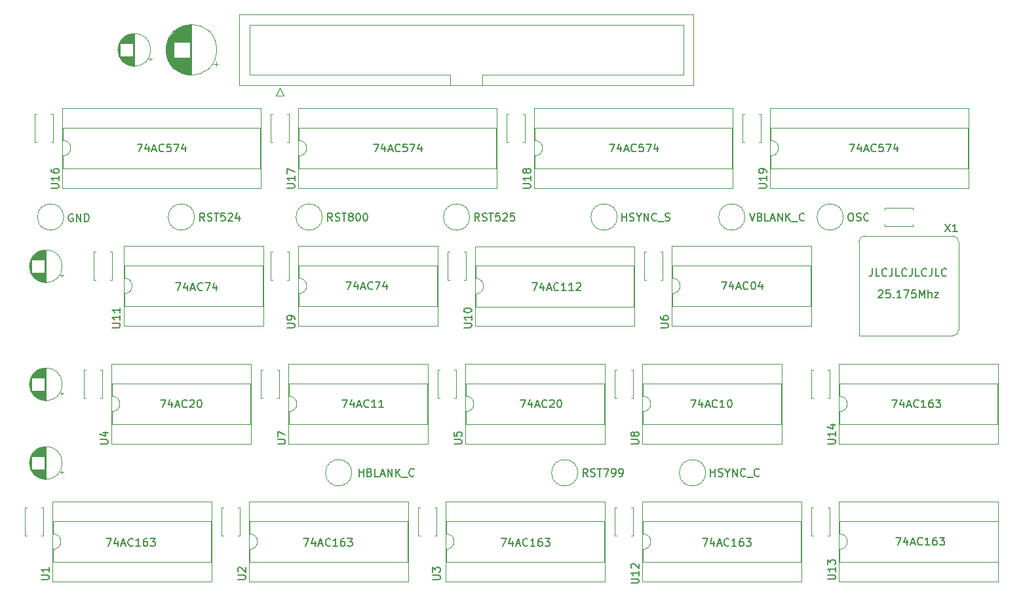
<source format=gto>
G04 #@! TF.GenerationSoftware,KiCad,Pcbnew,(5.1.10-1-10_14)*
G04 #@! TF.CreationDate,2021-11-19T10:04:18+01:00*
G04 #@! TF.ProjectId,vga_timing_generator,7667615f-7379-46e6-932e-6b696361645f,rev?*
G04 #@! TF.SameCoordinates,Original*
G04 #@! TF.FileFunction,Legend,Top*
G04 #@! TF.FilePolarity,Positive*
%FSLAX46Y46*%
G04 Gerber Fmt 4.6, Leading zero omitted, Abs format (unit mm)*
G04 Created by KiCad (PCBNEW (5.1.10-1-10_14)) date 2021-11-19 10:04:18*
%MOMM*%
%LPD*%
G01*
G04 APERTURE LIST*
%ADD10C,0.150000*%
%ADD11C,0.120000*%
%ADD12C,3.000000*%
%ADD13C,5.000000*%
%ADD14O,1.600000X1.600000*%
%ADD15R,1.600000X1.600000*%
%ADD16C,1.700000*%
%ADD17C,1.600000*%
%ADD18C,1.200000*%
%ADD19R,1.200000X1.200000*%
G04 APERTURE END LIST*
D10*
X219205752Y-103770180D02*
X219205752Y-104484466D01*
X219158133Y-104627323D01*
X219062895Y-104722561D01*
X218920038Y-104770180D01*
X218824800Y-104770180D01*
X220158133Y-104770180D02*
X219681942Y-104770180D01*
X219681942Y-103770180D01*
X221062895Y-104674942D02*
X221015276Y-104722561D01*
X220872419Y-104770180D01*
X220777180Y-104770180D01*
X220634323Y-104722561D01*
X220539085Y-104627323D01*
X220491466Y-104532085D01*
X220443847Y-104341609D01*
X220443847Y-104198752D01*
X220491466Y-104008276D01*
X220539085Y-103913038D01*
X220634323Y-103817800D01*
X220777180Y-103770180D01*
X220872419Y-103770180D01*
X221015276Y-103817800D01*
X221062895Y-103865419D01*
X221777180Y-103770180D02*
X221777180Y-104484466D01*
X221729561Y-104627323D01*
X221634323Y-104722561D01*
X221491466Y-104770180D01*
X221396228Y-104770180D01*
X222729561Y-104770180D02*
X222253371Y-104770180D01*
X222253371Y-103770180D01*
X223634323Y-104674942D02*
X223586704Y-104722561D01*
X223443847Y-104770180D01*
X223348609Y-104770180D01*
X223205752Y-104722561D01*
X223110514Y-104627323D01*
X223062895Y-104532085D01*
X223015276Y-104341609D01*
X223015276Y-104198752D01*
X223062895Y-104008276D01*
X223110514Y-103913038D01*
X223205752Y-103817800D01*
X223348609Y-103770180D01*
X223443847Y-103770180D01*
X223586704Y-103817800D01*
X223634323Y-103865419D01*
X224348609Y-103770180D02*
X224348609Y-104484466D01*
X224300990Y-104627323D01*
X224205752Y-104722561D01*
X224062895Y-104770180D01*
X223967657Y-104770180D01*
X225300990Y-104770180D02*
X224824800Y-104770180D01*
X224824800Y-103770180D01*
X226205752Y-104674942D02*
X226158133Y-104722561D01*
X226015276Y-104770180D01*
X225920038Y-104770180D01*
X225777180Y-104722561D01*
X225681942Y-104627323D01*
X225634323Y-104532085D01*
X225586704Y-104341609D01*
X225586704Y-104198752D01*
X225634323Y-104008276D01*
X225681942Y-103913038D01*
X225777180Y-103817800D01*
X225920038Y-103770180D01*
X226015276Y-103770180D01*
X226158133Y-103817800D01*
X226205752Y-103865419D01*
X226920038Y-103770180D02*
X226920038Y-104484466D01*
X226872419Y-104627323D01*
X226777180Y-104722561D01*
X226634323Y-104770180D01*
X226539085Y-104770180D01*
X227872419Y-104770180D02*
X227396228Y-104770180D01*
X227396228Y-103770180D01*
X228777180Y-104674942D02*
X228729561Y-104722561D01*
X228586704Y-104770180D01*
X228491466Y-104770180D01*
X228348609Y-104722561D01*
X228253371Y-104627323D01*
X228205752Y-104532085D01*
X228158133Y-104341609D01*
X228158133Y-104198752D01*
X228205752Y-104008276D01*
X228253371Y-103913038D01*
X228348609Y-103817800D01*
X228491466Y-103770180D01*
X228586704Y-103770180D01*
X228729561Y-103817800D01*
X228777180Y-103865419D01*
D11*
X114755400Y-97129600D02*
G75*
G03*
X114755400Y-97129600I-1700000J0D01*
G01*
X167986400Y-107045000D02*
X167986400Y-108695000D01*
X167986400Y-108695000D02*
X188426400Y-108695000D01*
X188426400Y-108695000D02*
X188426400Y-103395000D01*
X188426400Y-103395000D02*
X167986400Y-103395000D01*
X167986400Y-103395000D02*
X167986400Y-105045000D01*
X167926400Y-111185000D02*
X188486400Y-111185000D01*
X188486400Y-111185000D02*
X188486400Y-100905000D01*
X188486400Y-100905000D02*
X167926400Y-100905000D01*
X167926400Y-100905000D02*
X167926400Y-111185000D01*
X167986400Y-105045000D02*
G75*
G02*
X167986400Y-107045000I0J-1000000D01*
G01*
X143856400Y-122259600D02*
X143856400Y-123909600D01*
X143856400Y-123909600D02*
X161756400Y-123909600D01*
X161756400Y-123909600D02*
X161756400Y-118609600D01*
X161756400Y-118609600D02*
X143856400Y-118609600D01*
X143856400Y-118609600D02*
X143856400Y-120259600D01*
X143796400Y-126399600D02*
X161816400Y-126399600D01*
X161816400Y-126399600D02*
X161816400Y-116119600D01*
X161816400Y-116119600D02*
X143796400Y-116119600D01*
X143796400Y-116119600D02*
X143796400Y-126399600D01*
X143856400Y-120259600D02*
G75*
G02*
X143856400Y-122259600I0J-1000000D01*
G01*
X143146400Y-81489600D02*
X142646400Y-80489600D01*
X142146400Y-81489600D02*
X143146400Y-81489600D01*
X142646400Y-80489600D02*
X142146400Y-81489600D01*
X168826400Y-78789600D02*
X168826400Y-80099600D01*
X168826400Y-78789600D02*
X168826400Y-78789600D01*
X194816400Y-78789600D02*
X168826400Y-78789600D01*
X194816400Y-72289600D02*
X194816400Y-78789600D01*
X138736400Y-72289600D02*
X194816400Y-72289600D01*
X138736400Y-78789600D02*
X138736400Y-72289600D01*
X164726400Y-78789600D02*
X138736400Y-78789600D01*
X164726400Y-80099600D02*
X164726400Y-78789600D01*
X196116400Y-80099600D02*
X137436400Y-80099600D01*
X196116400Y-70979600D02*
X196116400Y-80099600D01*
X137436400Y-70979600D02*
X196116400Y-70979600D01*
X137436400Y-80099600D02*
X137436400Y-70979600D01*
X145126400Y-107019600D02*
X145126400Y-108669600D01*
X145126400Y-108669600D02*
X163026400Y-108669600D01*
X163026400Y-108669600D02*
X163026400Y-103369600D01*
X163026400Y-103369600D02*
X145126400Y-103369600D01*
X145126400Y-103369600D02*
X145126400Y-105019600D01*
X145066400Y-111159600D02*
X163086400Y-111159600D01*
X163086400Y-111159600D02*
X163086400Y-100879600D01*
X163086400Y-100879600D02*
X145066400Y-100879600D01*
X145066400Y-100879600D02*
X145066400Y-111159600D01*
X145126400Y-105019600D02*
G75*
G02*
X145126400Y-107019600I0J-1000000D01*
G01*
X122586400Y-107019600D02*
X122586400Y-108669600D01*
X122586400Y-108669600D02*
X140486400Y-108669600D01*
X140486400Y-108669600D02*
X140486400Y-103369600D01*
X140486400Y-103369600D02*
X122586400Y-103369600D01*
X122586400Y-103369600D02*
X122586400Y-105019600D01*
X122526400Y-111159600D02*
X140546400Y-111159600D01*
X140546400Y-111159600D02*
X140546400Y-100879600D01*
X140546400Y-100879600D02*
X122526400Y-100879600D01*
X122526400Y-100879600D02*
X122526400Y-111159600D01*
X122586400Y-105019600D02*
G75*
G02*
X122586400Y-107019600I0J-1000000D01*
G01*
X145126400Y-89239600D02*
X145126400Y-90889600D01*
X145126400Y-90889600D02*
X170646400Y-90889600D01*
X170646400Y-90889600D02*
X170646400Y-85589600D01*
X170646400Y-85589600D02*
X145126400Y-85589600D01*
X145126400Y-85589600D02*
X145126400Y-87239600D01*
X145066400Y-93379600D02*
X170706400Y-93379600D01*
X170706400Y-93379600D02*
X170706400Y-83099600D01*
X170706400Y-83099600D02*
X145066400Y-83099600D01*
X145066400Y-83099600D02*
X145066400Y-93379600D01*
X145126400Y-87239600D02*
G75*
G02*
X145126400Y-89239600I0J-1000000D01*
G01*
X220816400Y-95959600D02*
X224456400Y-95959600D01*
X220816400Y-98299600D02*
X224456400Y-98299600D01*
X220816400Y-95959600D02*
X220816400Y-96204600D01*
X220816400Y-98054600D02*
X220816400Y-98299600D01*
X224456400Y-95959600D02*
X224456400Y-96204600D01*
X224456400Y-98054600D02*
X224456400Y-98299600D01*
X174296400Y-83859600D02*
X174296400Y-87499600D01*
X171956400Y-83859600D02*
X171956400Y-87499600D01*
X174296400Y-83859600D02*
X174051400Y-83859600D01*
X172201400Y-83859600D02*
X171956400Y-83859600D01*
X174296400Y-87499600D02*
X174051400Y-87499600D01*
X172201400Y-87499600D02*
X171956400Y-87499600D01*
X217476400Y-100319600D02*
X217476400Y-112469600D01*
X229626400Y-99569600D02*
X218226400Y-99569600D01*
X230376400Y-111719600D02*
X230376400Y-100319600D01*
X217476400Y-112469600D02*
X229626400Y-112469600D01*
X218226400Y-99569600D02*
G75*
G03*
X217476400Y-100319600I0J-750000D01*
G01*
X230376400Y-100319600D02*
G75*
G03*
X229626400Y-99569600I-750000J0D01*
G01*
X229626400Y-112469600D02*
G75*
G03*
X230376400Y-111719600I0J750000D01*
G01*
X206086400Y-89239600D02*
X206086400Y-90889600D01*
X206086400Y-90889600D02*
X231606400Y-90889600D01*
X231606400Y-90889600D02*
X231606400Y-85589600D01*
X231606400Y-85589600D02*
X206086400Y-85589600D01*
X206086400Y-85589600D02*
X206086400Y-87239600D01*
X206026400Y-93379600D02*
X231666400Y-93379600D01*
X231666400Y-93379600D02*
X231666400Y-83099600D01*
X231666400Y-83099600D02*
X206026400Y-83099600D01*
X206026400Y-83099600D02*
X206026400Y-93379600D01*
X206086400Y-87239600D02*
G75*
G02*
X206086400Y-89239600I0J-1000000D01*
G01*
X175606400Y-89239600D02*
X175606400Y-90889600D01*
X175606400Y-90889600D02*
X201126400Y-90889600D01*
X201126400Y-90889600D02*
X201126400Y-85589600D01*
X201126400Y-85589600D02*
X175606400Y-85589600D01*
X175606400Y-85589600D02*
X175606400Y-87239600D01*
X175546400Y-93379600D02*
X201186400Y-93379600D01*
X201186400Y-93379600D02*
X201186400Y-83099600D01*
X201186400Y-83099600D02*
X175546400Y-83099600D01*
X175546400Y-83099600D02*
X175546400Y-93379600D01*
X175606400Y-87239600D02*
G75*
G02*
X175606400Y-89239600I0J-1000000D01*
G01*
X114646400Y-89239600D02*
X114646400Y-90889600D01*
X114646400Y-90889600D02*
X140166400Y-90889600D01*
X140166400Y-90889600D02*
X140166400Y-85589600D01*
X140166400Y-85589600D02*
X114646400Y-85589600D01*
X114646400Y-85589600D02*
X114646400Y-87239600D01*
X114586400Y-93379600D02*
X140226400Y-93379600D01*
X140226400Y-93379600D02*
X140226400Y-83099600D01*
X140226400Y-83099600D02*
X114586400Y-83099600D01*
X114586400Y-83099600D02*
X114586400Y-93379600D01*
X114646400Y-87239600D02*
G75*
G02*
X114646400Y-89239600I0J-1000000D01*
G01*
X214976400Y-122259600D02*
X214976400Y-123909600D01*
X214976400Y-123909600D02*
X235416400Y-123909600D01*
X235416400Y-123909600D02*
X235416400Y-118609600D01*
X235416400Y-118609600D02*
X214976400Y-118609600D01*
X214976400Y-118609600D02*
X214976400Y-120259600D01*
X214916400Y-126399600D02*
X235476400Y-126399600D01*
X235476400Y-126399600D02*
X235476400Y-116119600D01*
X235476400Y-116119600D02*
X214916400Y-116119600D01*
X214916400Y-116119600D02*
X214916400Y-126399600D01*
X214976400Y-120259600D02*
G75*
G02*
X214976400Y-122259600I0J-1000000D01*
G01*
X214986400Y-140039600D02*
X214986400Y-141689600D01*
X214986400Y-141689600D02*
X235426400Y-141689600D01*
X235426400Y-141689600D02*
X235426400Y-136389600D01*
X235426400Y-136389600D02*
X214986400Y-136389600D01*
X214986400Y-136389600D02*
X214986400Y-138039600D01*
X214926400Y-144179600D02*
X235486400Y-144179600D01*
X235486400Y-144179600D02*
X235486400Y-133899600D01*
X235486400Y-133899600D02*
X214926400Y-133899600D01*
X214926400Y-133899600D02*
X214926400Y-144179600D01*
X214986400Y-138039600D02*
G75*
G02*
X214986400Y-140039600I0J-1000000D01*
G01*
X189576400Y-140039600D02*
X189576400Y-141689600D01*
X189576400Y-141689600D02*
X210016400Y-141689600D01*
X210016400Y-141689600D02*
X210016400Y-136389600D01*
X210016400Y-136389600D02*
X189576400Y-136389600D01*
X189576400Y-136389600D02*
X189576400Y-138039600D01*
X189516400Y-144179600D02*
X210076400Y-144179600D01*
X210076400Y-144179600D02*
X210076400Y-133899600D01*
X210076400Y-133899600D02*
X189516400Y-133899600D01*
X189516400Y-133899600D02*
X189516400Y-144179600D01*
X189576400Y-138039600D02*
G75*
G02*
X189576400Y-140039600I0J-1000000D01*
G01*
X189576400Y-122259600D02*
X189576400Y-123909600D01*
X189576400Y-123909600D02*
X207476400Y-123909600D01*
X207476400Y-123909600D02*
X207476400Y-118609600D01*
X207476400Y-118609600D02*
X189576400Y-118609600D01*
X189576400Y-118609600D02*
X189576400Y-120259600D01*
X189516400Y-126399600D02*
X207536400Y-126399600D01*
X207536400Y-126399600D02*
X207536400Y-116119600D01*
X207536400Y-116119600D02*
X189516400Y-116119600D01*
X189516400Y-116119600D02*
X189516400Y-126399600D01*
X189576400Y-120259600D02*
G75*
G02*
X189576400Y-122259600I0J-1000000D01*
G01*
X193386400Y-107019600D02*
X193386400Y-108669600D01*
X193386400Y-108669600D02*
X211286400Y-108669600D01*
X211286400Y-108669600D02*
X211286400Y-103369600D01*
X211286400Y-103369600D02*
X193386400Y-103369600D01*
X193386400Y-103369600D02*
X193386400Y-105019600D01*
X193326400Y-111159600D02*
X211346400Y-111159600D01*
X211346400Y-111159600D02*
X211346400Y-100879600D01*
X211346400Y-100879600D02*
X193326400Y-100879600D01*
X193326400Y-100879600D02*
X193326400Y-111159600D01*
X193386400Y-105019600D02*
G75*
G02*
X193386400Y-107019600I0J-1000000D01*
G01*
X166716400Y-122259600D02*
X166716400Y-123909600D01*
X166716400Y-123909600D02*
X184616400Y-123909600D01*
X184616400Y-123909600D02*
X184616400Y-118609600D01*
X184616400Y-118609600D02*
X166716400Y-118609600D01*
X166716400Y-118609600D02*
X166716400Y-120259600D01*
X166656400Y-126399600D02*
X184676400Y-126399600D01*
X184676400Y-126399600D02*
X184676400Y-116119600D01*
X184676400Y-116119600D02*
X166656400Y-116119600D01*
X166656400Y-116119600D02*
X166656400Y-126399600D01*
X166716400Y-120259600D02*
G75*
G02*
X166716400Y-122259600I0J-1000000D01*
G01*
X120996400Y-122259600D02*
X120996400Y-123909600D01*
X120996400Y-123909600D02*
X138896400Y-123909600D01*
X138896400Y-123909600D02*
X138896400Y-118609600D01*
X138896400Y-118609600D02*
X120996400Y-118609600D01*
X120996400Y-118609600D02*
X120996400Y-120259600D01*
X120936400Y-126399600D02*
X138956400Y-126399600D01*
X138956400Y-126399600D02*
X138956400Y-116119600D01*
X138956400Y-116119600D02*
X120936400Y-116119600D01*
X120936400Y-116119600D02*
X120936400Y-126399600D01*
X120996400Y-120259600D02*
G75*
G02*
X120996400Y-122259600I0J-1000000D01*
G01*
X164176400Y-140039600D02*
X164176400Y-141689600D01*
X164176400Y-141689600D02*
X184616400Y-141689600D01*
X184616400Y-141689600D02*
X184616400Y-136389600D01*
X184616400Y-136389600D02*
X164176400Y-136389600D01*
X164176400Y-136389600D02*
X164176400Y-138039600D01*
X164116400Y-144179600D02*
X184676400Y-144179600D01*
X184676400Y-144179600D02*
X184676400Y-133899600D01*
X184676400Y-133899600D02*
X164116400Y-133899600D01*
X164116400Y-133899600D02*
X164116400Y-144179600D01*
X164176400Y-138039600D02*
G75*
G02*
X164176400Y-140039600I0J-1000000D01*
G01*
X138776400Y-140039600D02*
X138776400Y-141689600D01*
X138776400Y-141689600D02*
X159216400Y-141689600D01*
X159216400Y-141689600D02*
X159216400Y-136389600D01*
X159216400Y-136389600D02*
X138776400Y-136389600D01*
X138776400Y-136389600D02*
X138776400Y-138039600D01*
X138716400Y-144179600D02*
X159276400Y-144179600D01*
X159276400Y-144179600D02*
X159276400Y-133899600D01*
X159276400Y-133899600D02*
X138716400Y-133899600D01*
X138716400Y-133899600D02*
X138716400Y-144179600D01*
X138776400Y-138039600D02*
G75*
G02*
X138776400Y-140039600I0J-1000000D01*
G01*
X113376400Y-140039600D02*
X113376400Y-141689600D01*
X113376400Y-141689600D02*
X133816400Y-141689600D01*
X133816400Y-141689600D02*
X133816400Y-136389600D01*
X133816400Y-136389600D02*
X113376400Y-136389600D01*
X113376400Y-136389600D02*
X113376400Y-138039600D01*
X113316400Y-144179600D02*
X133876400Y-144179600D01*
X133876400Y-144179600D02*
X133876400Y-133899600D01*
X133876400Y-133899600D02*
X113316400Y-133899600D01*
X113316400Y-133899600D02*
X113316400Y-144179600D01*
X113376400Y-138039600D02*
G75*
G02*
X113376400Y-140039600I0J-1000000D01*
G01*
X131646400Y-97129600D02*
G75*
G03*
X131646400Y-97129600I-1700000J0D01*
G01*
X167206400Y-97129600D02*
G75*
G03*
X167206400Y-97129600I-1700000J0D01*
G01*
X202766400Y-97129600D02*
G75*
G03*
X202766400Y-97129600I-1700000J0D01*
G01*
X148156400Y-97129600D02*
G75*
G03*
X148156400Y-97129600I-1700000J0D01*
G01*
X186256400Y-97129600D02*
G75*
G03*
X186256400Y-97129600I-1700000J0D01*
G01*
X181176400Y-130149600D02*
G75*
G03*
X181176400Y-130149600I-1700000J0D01*
G01*
X215466400Y-97129600D02*
G75*
G03*
X215466400Y-97129600I-1700000J0D01*
G01*
X197686400Y-130149600D02*
G75*
G03*
X197686400Y-130149600I-1700000J0D01*
G01*
X151966400Y-130149600D02*
G75*
G03*
X151966400Y-130149600I-1700000J0D01*
G01*
X134506400Y-75539600D02*
G75*
G03*
X134506400Y-75539600I-3270000J0D01*
G01*
X131236400Y-78769600D02*
X131236400Y-72309600D01*
X131196400Y-78769600D02*
X131196400Y-72309600D01*
X131156400Y-78769600D02*
X131156400Y-72309600D01*
X131116400Y-78767600D02*
X131116400Y-72311600D01*
X131076400Y-78766600D02*
X131076400Y-72312600D01*
X131036400Y-78763600D02*
X131036400Y-72315600D01*
X130996400Y-78761600D02*
X130996400Y-76579600D01*
X130996400Y-74499600D02*
X130996400Y-72317600D01*
X130956400Y-78757600D02*
X130956400Y-76579600D01*
X130956400Y-74499600D02*
X130956400Y-72321600D01*
X130916400Y-78754600D02*
X130916400Y-76579600D01*
X130916400Y-74499600D02*
X130916400Y-72324600D01*
X130876400Y-78750600D02*
X130876400Y-76579600D01*
X130876400Y-74499600D02*
X130876400Y-72328600D01*
X130836400Y-78745600D02*
X130836400Y-76579600D01*
X130836400Y-74499600D02*
X130836400Y-72333600D01*
X130796400Y-78740600D02*
X130796400Y-76579600D01*
X130796400Y-74499600D02*
X130796400Y-72338600D01*
X130756400Y-78734600D02*
X130756400Y-76579600D01*
X130756400Y-74499600D02*
X130756400Y-72344600D01*
X130716400Y-78728600D02*
X130716400Y-76579600D01*
X130716400Y-74499600D02*
X130716400Y-72350600D01*
X130676400Y-78721600D02*
X130676400Y-76579600D01*
X130676400Y-74499600D02*
X130676400Y-72357600D01*
X130636400Y-78714600D02*
X130636400Y-76579600D01*
X130636400Y-74499600D02*
X130636400Y-72364600D01*
X130596400Y-78706600D02*
X130596400Y-76579600D01*
X130596400Y-74499600D02*
X130596400Y-72372600D01*
X130556400Y-78698600D02*
X130556400Y-76579600D01*
X130556400Y-74499600D02*
X130556400Y-72380600D01*
X130515400Y-78689600D02*
X130515400Y-76579600D01*
X130515400Y-74499600D02*
X130515400Y-72389600D01*
X130475400Y-78680600D02*
X130475400Y-76579600D01*
X130475400Y-74499600D02*
X130475400Y-72398600D01*
X130435400Y-78670600D02*
X130435400Y-76579600D01*
X130435400Y-74499600D02*
X130435400Y-72408600D01*
X130395400Y-78660600D02*
X130395400Y-76579600D01*
X130395400Y-74499600D02*
X130395400Y-72418600D01*
X130355400Y-78649600D02*
X130355400Y-76579600D01*
X130355400Y-74499600D02*
X130355400Y-72429600D01*
X130315400Y-78637600D02*
X130315400Y-76579600D01*
X130315400Y-74499600D02*
X130315400Y-72441600D01*
X130275400Y-78625600D02*
X130275400Y-76579600D01*
X130275400Y-74499600D02*
X130275400Y-72453600D01*
X130235400Y-78613600D02*
X130235400Y-76579600D01*
X130235400Y-74499600D02*
X130235400Y-72465600D01*
X130195400Y-78600600D02*
X130195400Y-76579600D01*
X130195400Y-74499600D02*
X130195400Y-72478600D01*
X130155400Y-78586600D02*
X130155400Y-76579600D01*
X130155400Y-74499600D02*
X130155400Y-72492600D01*
X130115400Y-78572600D02*
X130115400Y-76579600D01*
X130115400Y-74499600D02*
X130115400Y-72506600D01*
X130075400Y-78557600D02*
X130075400Y-76579600D01*
X130075400Y-74499600D02*
X130075400Y-72521600D01*
X130035400Y-78541600D02*
X130035400Y-76579600D01*
X130035400Y-74499600D02*
X130035400Y-72537600D01*
X129995400Y-78525600D02*
X129995400Y-76579600D01*
X129995400Y-74499600D02*
X129995400Y-72553600D01*
X129955400Y-78509600D02*
X129955400Y-76579600D01*
X129955400Y-74499600D02*
X129955400Y-72569600D01*
X129915400Y-78491600D02*
X129915400Y-76579600D01*
X129915400Y-74499600D02*
X129915400Y-72587600D01*
X129875400Y-78473600D02*
X129875400Y-76579600D01*
X129875400Y-74499600D02*
X129875400Y-72605600D01*
X129835400Y-78455600D02*
X129835400Y-76579600D01*
X129835400Y-74499600D02*
X129835400Y-72623600D01*
X129795400Y-78435600D02*
X129795400Y-76579600D01*
X129795400Y-74499600D02*
X129795400Y-72643600D01*
X129755400Y-78415600D02*
X129755400Y-76579600D01*
X129755400Y-74499600D02*
X129755400Y-72663600D01*
X129715400Y-78395600D02*
X129715400Y-76579600D01*
X129715400Y-74499600D02*
X129715400Y-72683600D01*
X129675400Y-78373600D02*
X129675400Y-76579600D01*
X129675400Y-74499600D02*
X129675400Y-72705600D01*
X129635400Y-78351600D02*
X129635400Y-76579600D01*
X129635400Y-74499600D02*
X129635400Y-72727600D01*
X129595400Y-78329600D02*
X129595400Y-76579600D01*
X129595400Y-74499600D02*
X129595400Y-72749600D01*
X129555400Y-78305600D02*
X129555400Y-76579600D01*
X129555400Y-74499600D02*
X129555400Y-72773600D01*
X129515400Y-78281600D02*
X129515400Y-76579600D01*
X129515400Y-74499600D02*
X129515400Y-72797600D01*
X129475400Y-78255600D02*
X129475400Y-76579600D01*
X129475400Y-74499600D02*
X129475400Y-72823600D01*
X129435400Y-78229600D02*
X129435400Y-76579600D01*
X129435400Y-74499600D02*
X129435400Y-72849600D01*
X129395400Y-78203600D02*
X129395400Y-76579600D01*
X129395400Y-74499600D02*
X129395400Y-72875600D01*
X129355400Y-78175600D02*
X129355400Y-76579600D01*
X129355400Y-74499600D02*
X129355400Y-72903600D01*
X129315400Y-78146600D02*
X129315400Y-76579600D01*
X129315400Y-74499600D02*
X129315400Y-72932600D01*
X129275400Y-78117600D02*
X129275400Y-76579600D01*
X129275400Y-74499600D02*
X129275400Y-72961600D01*
X129235400Y-78087600D02*
X129235400Y-76579600D01*
X129235400Y-74499600D02*
X129235400Y-72991600D01*
X129195400Y-78055600D02*
X129195400Y-76579600D01*
X129195400Y-74499600D02*
X129195400Y-73023600D01*
X129155400Y-78023600D02*
X129155400Y-76579600D01*
X129155400Y-74499600D02*
X129155400Y-73055600D01*
X129115400Y-77989600D02*
X129115400Y-76579600D01*
X129115400Y-74499600D02*
X129115400Y-73089600D01*
X129075400Y-77955600D02*
X129075400Y-76579600D01*
X129075400Y-74499600D02*
X129075400Y-73123600D01*
X129035400Y-77919600D02*
X129035400Y-76579600D01*
X129035400Y-74499600D02*
X129035400Y-73159600D01*
X128995400Y-77882600D02*
X128995400Y-76579600D01*
X128995400Y-74499600D02*
X128995400Y-73196600D01*
X128955400Y-77844600D02*
X128955400Y-76579600D01*
X128955400Y-74499600D02*
X128955400Y-73234600D01*
X128915400Y-77804600D02*
X128915400Y-73274600D01*
X128875400Y-77763600D02*
X128875400Y-73315600D01*
X128835400Y-77721600D02*
X128835400Y-73357600D01*
X128795400Y-77676600D02*
X128795400Y-73402600D01*
X128755400Y-77631600D02*
X128755400Y-73447600D01*
X128715400Y-77583600D02*
X128715400Y-73495600D01*
X128675400Y-77534600D02*
X128675400Y-73544600D01*
X128635400Y-77483600D02*
X128635400Y-73595600D01*
X128595400Y-77429600D02*
X128595400Y-73649600D01*
X128555400Y-77373600D02*
X128555400Y-73705600D01*
X128515400Y-77315600D02*
X128515400Y-73763600D01*
X128475400Y-77253600D02*
X128475400Y-73825600D01*
X128435400Y-77189600D02*
X128435400Y-73889600D01*
X128395400Y-77120600D02*
X128395400Y-73958600D01*
X128355400Y-77048600D02*
X128355400Y-74030600D01*
X128315400Y-76971600D02*
X128315400Y-74107600D01*
X128275400Y-76889600D02*
X128275400Y-74189600D01*
X128235400Y-76801600D02*
X128235400Y-74277600D01*
X128195400Y-76704600D02*
X128195400Y-74374600D01*
X128155400Y-76598600D02*
X128155400Y-74480600D01*
X128115400Y-76479600D02*
X128115400Y-74599600D01*
X128075400Y-76341600D02*
X128075400Y-74737600D01*
X128035400Y-76172600D02*
X128035400Y-74906600D01*
X127995400Y-75941600D02*
X127995400Y-75137600D01*
X134736641Y-77378600D02*
X134106641Y-77378600D01*
X134421641Y-77693600D02*
X134421641Y-77063600D01*
X114556400Y-118719600D02*
G75*
G03*
X114556400Y-118719600I-2120000J0D01*
G01*
X112436400Y-120799600D02*
X112436400Y-116639600D01*
X112396400Y-120799600D02*
X112396400Y-116639600D01*
X112356400Y-120798600D02*
X112356400Y-116640600D01*
X112316400Y-120796600D02*
X112316400Y-116642600D01*
X112276400Y-120793600D02*
X112276400Y-116645600D01*
X112236400Y-120790600D02*
X112236400Y-119559600D01*
X112236400Y-117879600D02*
X112236400Y-116648600D01*
X112196400Y-120786600D02*
X112196400Y-119559600D01*
X112196400Y-117879600D02*
X112196400Y-116652600D01*
X112156400Y-120781600D02*
X112156400Y-119559600D01*
X112156400Y-117879600D02*
X112156400Y-116657600D01*
X112116400Y-120775600D02*
X112116400Y-119559600D01*
X112116400Y-117879600D02*
X112116400Y-116663600D01*
X112076400Y-120769600D02*
X112076400Y-119559600D01*
X112076400Y-117879600D02*
X112076400Y-116669600D01*
X112036400Y-120761600D02*
X112036400Y-119559600D01*
X112036400Y-117879600D02*
X112036400Y-116677600D01*
X111996400Y-120753600D02*
X111996400Y-119559600D01*
X111996400Y-117879600D02*
X111996400Y-116685600D01*
X111956400Y-120744600D02*
X111956400Y-119559600D01*
X111956400Y-117879600D02*
X111956400Y-116694600D01*
X111916400Y-120735600D02*
X111916400Y-119559600D01*
X111916400Y-117879600D02*
X111916400Y-116703600D01*
X111876400Y-120724600D02*
X111876400Y-119559600D01*
X111876400Y-117879600D02*
X111876400Y-116714600D01*
X111836400Y-120713600D02*
X111836400Y-119559600D01*
X111836400Y-117879600D02*
X111836400Y-116725600D01*
X111796400Y-120701600D02*
X111796400Y-119559600D01*
X111796400Y-117879600D02*
X111796400Y-116737600D01*
X111756400Y-120687600D02*
X111756400Y-119559600D01*
X111756400Y-117879600D02*
X111756400Y-116751600D01*
X111715400Y-120673600D02*
X111715400Y-119559600D01*
X111715400Y-117879600D02*
X111715400Y-116765600D01*
X111675400Y-120659600D02*
X111675400Y-119559600D01*
X111675400Y-117879600D02*
X111675400Y-116779600D01*
X111635400Y-120643600D02*
X111635400Y-119559600D01*
X111635400Y-117879600D02*
X111635400Y-116795600D01*
X111595400Y-120626600D02*
X111595400Y-119559600D01*
X111595400Y-117879600D02*
X111595400Y-116812600D01*
X111555400Y-120608600D02*
X111555400Y-119559600D01*
X111555400Y-117879600D02*
X111555400Y-116830600D01*
X111515400Y-120589600D02*
X111515400Y-119559600D01*
X111515400Y-117879600D02*
X111515400Y-116849600D01*
X111475400Y-120570600D02*
X111475400Y-119559600D01*
X111475400Y-117879600D02*
X111475400Y-116868600D01*
X111435400Y-120549600D02*
X111435400Y-119559600D01*
X111435400Y-117879600D02*
X111435400Y-116889600D01*
X111395400Y-120527600D02*
X111395400Y-119559600D01*
X111395400Y-117879600D02*
X111395400Y-116911600D01*
X111355400Y-120504600D02*
X111355400Y-119559600D01*
X111355400Y-117879600D02*
X111355400Y-116934600D01*
X111315400Y-120479600D02*
X111315400Y-119559600D01*
X111315400Y-117879600D02*
X111315400Y-116959600D01*
X111275400Y-120454600D02*
X111275400Y-119559600D01*
X111275400Y-117879600D02*
X111275400Y-116984600D01*
X111235400Y-120427600D02*
X111235400Y-119559600D01*
X111235400Y-117879600D02*
X111235400Y-117011600D01*
X111195400Y-120399600D02*
X111195400Y-119559600D01*
X111195400Y-117879600D02*
X111195400Y-117039600D01*
X111155400Y-120369600D02*
X111155400Y-119559600D01*
X111155400Y-117879600D02*
X111155400Y-117069600D01*
X111115400Y-120338600D02*
X111115400Y-119559600D01*
X111115400Y-117879600D02*
X111115400Y-117100600D01*
X111075400Y-120306600D02*
X111075400Y-119559600D01*
X111075400Y-117879600D02*
X111075400Y-117132600D01*
X111035400Y-120271600D02*
X111035400Y-119559600D01*
X111035400Y-117879600D02*
X111035400Y-117167600D01*
X110995400Y-120235600D02*
X110995400Y-119559600D01*
X110995400Y-117879600D02*
X110995400Y-117203600D01*
X110955400Y-120197600D02*
X110955400Y-119559600D01*
X110955400Y-117879600D02*
X110955400Y-117241600D01*
X110915400Y-120157600D02*
X110915400Y-119559600D01*
X110915400Y-117879600D02*
X110915400Y-117281600D01*
X110875400Y-120115600D02*
X110875400Y-119559600D01*
X110875400Y-117879600D02*
X110875400Y-117323600D01*
X110835400Y-120070600D02*
X110835400Y-119559600D01*
X110835400Y-117879600D02*
X110835400Y-117368600D01*
X110795400Y-120023600D02*
X110795400Y-119559600D01*
X110795400Y-117879600D02*
X110795400Y-117415600D01*
X110755400Y-119973600D02*
X110755400Y-119559600D01*
X110755400Y-117879600D02*
X110755400Y-117465600D01*
X110715400Y-119919600D02*
X110715400Y-119559600D01*
X110715400Y-117879600D02*
X110715400Y-117519600D01*
X110675400Y-119861600D02*
X110675400Y-119559600D01*
X110675400Y-117879600D02*
X110675400Y-117577600D01*
X110635400Y-119799600D02*
X110635400Y-119559600D01*
X110635400Y-117879600D02*
X110635400Y-117639600D01*
X110595400Y-119732600D02*
X110595400Y-117706600D01*
X110555400Y-119659600D02*
X110555400Y-117779600D01*
X110515400Y-119578600D02*
X110515400Y-117860600D01*
X110475400Y-119487600D02*
X110475400Y-117951600D01*
X110435400Y-119383600D02*
X110435400Y-118055600D01*
X110395400Y-119256600D02*
X110395400Y-118182600D01*
X110355400Y-119089600D02*
X110355400Y-118349600D01*
X114706201Y-119914600D02*
X114306201Y-119914600D01*
X114506201Y-120114600D02*
X114506201Y-119714600D01*
X114556400Y-128879600D02*
G75*
G03*
X114556400Y-128879600I-2120000J0D01*
G01*
X112436400Y-130959600D02*
X112436400Y-126799600D01*
X112396400Y-130959600D02*
X112396400Y-126799600D01*
X112356400Y-130958600D02*
X112356400Y-126800600D01*
X112316400Y-130956600D02*
X112316400Y-126802600D01*
X112276400Y-130953600D02*
X112276400Y-126805600D01*
X112236400Y-130950600D02*
X112236400Y-129719600D01*
X112236400Y-128039600D02*
X112236400Y-126808600D01*
X112196400Y-130946600D02*
X112196400Y-129719600D01*
X112196400Y-128039600D02*
X112196400Y-126812600D01*
X112156400Y-130941600D02*
X112156400Y-129719600D01*
X112156400Y-128039600D02*
X112156400Y-126817600D01*
X112116400Y-130935600D02*
X112116400Y-129719600D01*
X112116400Y-128039600D02*
X112116400Y-126823600D01*
X112076400Y-130929600D02*
X112076400Y-129719600D01*
X112076400Y-128039600D02*
X112076400Y-126829600D01*
X112036400Y-130921600D02*
X112036400Y-129719600D01*
X112036400Y-128039600D02*
X112036400Y-126837600D01*
X111996400Y-130913600D02*
X111996400Y-129719600D01*
X111996400Y-128039600D02*
X111996400Y-126845600D01*
X111956400Y-130904600D02*
X111956400Y-129719600D01*
X111956400Y-128039600D02*
X111956400Y-126854600D01*
X111916400Y-130895600D02*
X111916400Y-129719600D01*
X111916400Y-128039600D02*
X111916400Y-126863600D01*
X111876400Y-130884600D02*
X111876400Y-129719600D01*
X111876400Y-128039600D02*
X111876400Y-126874600D01*
X111836400Y-130873600D02*
X111836400Y-129719600D01*
X111836400Y-128039600D02*
X111836400Y-126885600D01*
X111796400Y-130861600D02*
X111796400Y-129719600D01*
X111796400Y-128039600D02*
X111796400Y-126897600D01*
X111756400Y-130847600D02*
X111756400Y-129719600D01*
X111756400Y-128039600D02*
X111756400Y-126911600D01*
X111715400Y-130833600D02*
X111715400Y-129719600D01*
X111715400Y-128039600D02*
X111715400Y-126925600D01*
X111675400Y-130819600D02*
X111675400Y-129719600D01*
X111675400Y-128039600D02*
X111675400Y-126939600D01*
X111635400Y-130803600D02*
X111635400Y-129719600D01*
X111635400Y-128039600D02*
X111635400Y-126955600D01*
X111595400Y-130786600D02*
X111595400Y-129719600D01*
X111595400Y-128039600D02*
X111595400Y-126972600D01*
X111555400Y-130768600D02*
X111555400Y-129719600D01*
X111555400Y-128039600D02*
X111555400Y-126990600D01*
X111515400Y-130749600D02*
X111515400Y-129719600D01*
X111515400Y-128039600D02*
X111515400Y-127009600D01*
X111475400Y-130730600D02*
X111475400Y-129719600D01*
X111475400Y-128039600D02*
X111475400Y-127028600D01*
X111435400Y-130709600D02*
X111435400Y-129719600D01*
X111435400Y-128039600D02*
X111435400Y-127049600D01*
X111395400Y-130687600D02*
X111395400Y-129719600D01*
X111395400Y-128039600D02*
X111395400Y-127071600D01*
X111355400Y-130664600D02*
X111355400Y-129719600D01*
X111355400Y-128039600D02*
X111355400Y-127094600D01*
X111315400Y-130639600D02*
X111315400Y-129719600D01*
X111315400Y-128039600D02*
X111315400Y-127119600D01*
X111275400Y-130614600D02*
X111275400Y-129719600D01*
X111275400Y-128039600D02*
X111275400Y-127144600D01*
X111235400Y-130587600D02*
X111235400Y-129719600D01*
X111235400Y-128039600D02*
X111235400Y-127171600D01*
X111195400Y-130559600D02*
X111195400Y-129719600D01*
X111195400Y-128039600D02*
X111195400Y-127199600D01*
X111155400Y-130529600D02*
X111155400Y-129719600D01*
X111155400Y-128039600D02*
X111155400Y-127229600D01*
X111115400Y-130498600D02*
X111115400Y-129719600D01*
X111115400Y-128039600D02*
X111115400Y-127260600D01*
X111075400Y-130466600D02*
X111075400Y-129719600D01*
X111075400Y-128039600D02*
X111075400Y-127292600D01*
X111035400Y-130431600D02*
X111035400Y-129719600D01*
X111035400Y-128039600D02*
X111035400Y-127327600D01*
X110995400Y-130395600D02*
X110995400Y-129719600D01*
X110995400Y-128039600D02*
X110995400Y-127363600D01*
X110955400Y-130357600D02*
X110955400Y-129719600D01*
X110955400Y-128039600D02*
X110955400Y-127401600D01*
X110915400Y-130317600D02*
X110915400Y-129719600D01*
X110915400Y-128039600D02*
X110915400Y-127441600D01*
X110875400Y-130275600D02*
X110875400Y-129719600D01*
X110875400Y-128039600D02*
X110875400Y-127483600D01*
X110835400Y-130230600D02*
X110835400Y-129719600D01*
X110835400Y-128039600D02*
X110835400Y-127528600D01*
X110795400Y-130183600D02*
X110795400Y-129719600D01*
X110795400Y-128039600D02*
X110795400Y-127575600D01*
X110755400Y-130133600D02*
X110755400Y-129719600D01*
X110755400Y-128039600D02*
X110755400Y-127625600D01*
X110715400Y-130079600D02*
X110715400Y-129719600D01*
X110715400Y-128039600D02*
X110715400Y-127679600D01*
X110675400Y-130021600D02*
X110675400Y-129719600D01*
X110675400Y-128039600D02*
X110675400Y-127737600D01*
X110635400Y-129959600D02*
X110635400Y-129719600D01*
X110635400Y-128039600D02*
X110635400Y-127799600D01*
X110595400Y-129892600D02*
X110595400Y-127866600D01*
X110555400Y-129819600D02*
X110555400Y-127939600D01*
X110515400Y-129738600D02*
X110515400Y-128020600D01*
X110475400Y-129647600D02*
X110475400Y-128111600D01*
X110435400Y-129543600D02*
X110435400Y-128215600D01*
X110395400Y-129416600D02*
X110395400Y-128342600D01*
X110355400Y-129249600D02*
X110355400Y-128509600D01*
X114706201Y-130074600D02*
X114306201Y-130074600D01*
X114506201Y-130274600D02*
X114506201Y-129874600D01*
X125986400Y-75539600D02*
G75*
G03*
X125986400Y-75539600I-2120000J0D01*
G01*
X123866400Y-77619600D02*
X123866400Y-73459600D01*
X123826400Y-77619600D02*
X123826400Y-73459600D01*
X123786400Y-77618600D02*
X123786400Y-73460600D01*
X123746400Y-77616600D02*
X123746400Y-73462600D01*
X123706400Y-77613600D02*
X123706400Y-73465600D01*
X123666400Y-77610600D02*
X123666400Y-76379600D01*
X123666400Y-74699600D02*
X123666400Y-73468600D01*
X123626400Y-77606600D02*
X123626400Y-76379600D01*
X123626400Y-74699600D02*
X123626400Y-73472600D01*
X123586400Y-77601600D02*
X123586400Y-76379600D01*
X123586400Y-74699600D02*
X123586400Y-73477600D01*
X123546400Y-77595600D02*
X123546400Y-76379600D01*
X123546400Y-74699600D02*
X123546400Y-73483600D01*
X123506400Y-77589600D02*
X123506400Y-76379600D01*
X123506400Y-74699600D02*
X123506400Y-73489600D01*
X123466400Y-77581600D02*
X123466400Y-76379600D01*
X123466400Y-74699600D02*
X123466400Y-73497600D01*
X123426400Y-77573600D02*
X123426400Y-76379600D01*
X123426400Y-74699600D02*
X123426400Y-73505600D01*
X123386400Y-77564600D02*
X123386400Y-76379600D01*
X123386400Y-74699600D02*
X123386400Y-73514600D01*
X123346400Y-77555600D02*
X123346400Y-76379600D01*
X123346400Y-74699600D02*
X123346400Y-73523600D01*
X123306400Y-77544600D02*
X123306400Y-76379600D01*
X123306400Y-74699600D02*
X123306400Y-73534600D01*
X123266400Y-77533600D02*
X123266400Y-76379600D01*
X123266400Y-74699600D02*
X123266400Y-73545600D01*
X123226400Y-77521600D02*
X123226400Y-76379600D01*
X123226400Y-74699600D02*
X123226400Y-73557600D01*
X123186400Y-77507600D02*
X123186400Y-76379600D01*
X123186400Y-74699600D02*
X123186400Y-73571600D01*
X123145400Y-77493600D02*
X123145400Y-76379600D01*
X123145400Y-74699600D02*
X123145400Y-73585600D01*
X123105400Y-77479600D02*
X123105400Y-76379600D01*
X123105400Y-74699600D02*
X123105400Y-73599600D01*
X123065400Y-77463600D02*
X123065400Y-76379600D01*
X123065400Y-74699600D02*
X123065400Y-73615600D01*
X123025400Y-77446600D02*
X123025400Y-76379600D01*
X123025400Y-74699600D02*
X123025400Y-73632600D01*
X122985400Y-77428600D02*
X122985400Y-76379600D01*
X122985400Y-74699600D02*
X122985400Y-73650600D01*
X122945400Y-77409600D02*
X122945400Y-76379600D01*
X122945400Y-74699600D02*
X122945400Y-73669600D01*
X122905400Y-77390600D02*
X122905400Y-76379600D01*
X122905400Y-74699600D02*
X122905400Y-73688600D01*
X122865400Y-77369600D02*
X122865400Y-76379600D01*
X122865400Y-74699600D02*
X122865400Y-73709600D01*
X122825400Y-77347600D02*
X122825400Y-76379600D01*
X122825400Y-74699600D02*
X122825400Y-73731600D01*
X122785400Y-77324600D02*
X122785400Y-76379600D01*
X122785400Y-74699600D02*
X122785400Y-73754600D01*
X122745400Y-77299600D02*
X122745400Y-76379600D01*
X122745400Y-74699600D02*
X122745400Y-73779600D01*
X122705400Y-77274600D02*
X122705400Y-76379600D01*
X122705400Y-74699600D02*
X122705400Y-73804600D01*
X122665400Y-77247600D02*
X122665400Y-76379600D01*
X122665400Y-74699600D02*
X122665400Y-73831600D01*
X122625400Y-77219600D02*
X122625400Y-76379600D01*
X122625400Y-74699600D02*
X122625400Y-73859600D01*
X122585400Y-77189600D02*
X122585400Y-76379600D01*
X122585400Y-74699600D02*
X122585400Y-73889600D01*
X122545400Y-77158600D02*
X122545400Y-76379600D01*
X122545400Y-74699600D02*
X122545400Y-73920600D01*
X122505400Y-77126600D02*
X122505400Y-76379600D01*
X122505400Y-74699600D02*
X122505400Y-73952600D01*
X122465400Y-77091600D02*
X122465400Y-76379600D01*
X122465400Y-74699600D02*
X122465400Y-73987600D01*
X122425400Y-77055600D02*
X122425400Y-76379600D01*
X122425400Y-74699600D02*
X122425400Y-74023600D01*
X122385400Y-77017600D02*
X122385400Y-76379600D01*
X122385400Y-74699600D02*
X122385400Y-74061600D01*
X122345400Y-76977600D02*
X122345400Y-76379600D01*
X122345400Y-74699600D02*
X122345400Y-74101600D01*
X122305400Y-76935600D02*
X122305400Y-76379600D01*
X122305400Y-74699600D02*
X122305400Y-74143600D01*
X122265400Y-76890600D02*
X122265400Y-76379600D01*
X122265400Y-74699600D02*
X122265400Y-74188600D01*
X122225400Y-76843600D02*
X122225400Y-76379600D01*
X122225400Y-74699600D02*
X122225400Y-74235600D01*
X122185400Y-76793600D02*
X122185400Y-76379600D01*
X122185400Y-74699600D02*
X122185400Y-74285600D01*
X122145400Y-76739600D02*
X122145400Y-76379600D01*
X122145400Y-74699600D02*
X122145400Y-74339600D01*
X122105400Y-76681600D02*
X122105400Y-76379600D01*
X122105400Y-74699600D02*
X122105400Y-74397600D01*
X122065400Y-76619600D02*
X122065400Y-76379600D01*
X122065400Y-74699600D02*
X122065400Y-74459600D01*
X122025400Y-76552600D02*
X122025400Y-74526600D01*
X121985400Y-76479600D02*
X121985400Y-74599600D01*
X121945400Y-76398600D02*
X121945400Y-74680600D01*
X121905400Y-76307600D02*
X121905400Y-74771600D01*
X121865400Y-76203600D02*
X121865400Y-74875600D01*
X121825400Y-76076600D02*
X121825400Y-75002600D01*
X121785400Y-75909600D02*
X121785400Y-75169600D01*
X126136201Y-76734600D02*
X125736201Y-76734600D01*
X125936201Y-76934600D02*
X125936201Y-76534600D01*
X114556400Y-103479600D02*
G75*
G03*
X114556400Y-103479600I-2120000J0D01*
G01*
X112436400Y-105559600D02*
X112436400Y-101399600D01*
X112396400Y-105559600D02*
X112396400Y-101399600D01*
X112356400Y-105558600D02*
X112356400Y-101400600D01*
X112316400Y-105556600D02*
X112316400Y-101402600D01*
X112276400Y-105553600D02*
X112276400Y-101405600D01*
X112236400Y-105550600D02*
X112236400Y-104319600D01*
X112236400Y-102639600D02*
X112236400Y-101408600D01*
X112196400Y-105546600D02*
X112196400Y-104319600D01*
X112196400Y-102639600D02*
X112196400Y-101412600D01*
X112156400Y-105541600D02*
X112156400Y-104319600D01*
X112156400Y-102639600D02*
X112156400Y-101417600D01*
X112116400Y-105535600D02*
X112116400Y-104319600D01*
X112116400Y-102639600D02*
X112116400Y-101423600D01*
X112076400Y-105529600D02*
X112076400Y-104319600D01*
X112076400Y-102639600D02*
X112076400Y-101429600D01*
X112036400Y-105521600D02*
X112036400Y-104319600D01*
X112036400Y-102639600D02*
X112036400Y-101437600D01*
X111996400Y-105513600D02*
X111996400Y-104319600D01*
X111996400Y-102639600D02*
X111996400Y-101445600D01*
X111956400Y-105504600D02*
X111956400Y-104319600D01*
X111956400Y-102639600D02*
X111956400Y-101454600D01*
X111916400Y-105495600D02*
X111916400Y-104319600D01*
X111916400Y-102639600D02*
X111916400Y-101463600D01*
X111876400Y-105484600D02*
X111876400Y-104319600D01*
X111876400Y-102639600D02*
X111876400Y-101474600D01*
X111836400Y-105473600D02*
X111836400Y-104319600D01*
X111836400Y-102639600D02*
X111836400Y-101485600D01*
X111796400Y-105461600D02*
X111796400Y-104319600D01*
X111796400Y-102639600D02*
X111796400Y-101497600D01*
X111756400Y-105447600D02*
X111756400Y-104319600D01*
X111756400Y-102639600D02*
X111756400Y-101511600D01*
X111715400Y-105433600D02*
X111715400Y-104319600D01*
X111715400Y-102639600D02*
X111715400Y-101525600D01*
X111675400Y-105419600D02*
X111675400Y-104319600D01*
X111675400Y-102639600D02*
X111675400Y-101539600D01*
X111635400Y-105403600D02*
X111635400Y-104319600D01*
X111635400Y-102639600D02*
X111635400Y-101555600D01*
X111595400Y-105386600D02*
X111595400Y-104319600D01*
X111595400Y-102639600D02*
X111595400Y-101572600D01*
X111555400Y-105368600D02*
X111555400Y-104319600D01*
X111555400Y-102639600D02*
X111555400Y-101590600D01*
X111515400Y-105349600D02*
X111515400Y-104319600D01*
X111515400Y-102639600D02*
X111515400Y-101609600D01*
X111475400Y-105330600D02*
X111475400Y-104319600D01*
X111475400Y-102639600D02*
X111475400Y-101628600D01*
X111435400Y-105309600D02*
X111435400Y-104319600D01*
X111435400Y-102639600D02*
X111435400Y-101649600D01*
X111395400Y-105287600D02*
X111395400Y-104319600D01*
X111395400Y-102639600D02*
X111395400Y-101671600D01*
X111355400Y-105264600D02*
X111355400Y-104319600D01*
X111355400Y-102639600D02*
X111355400Y-101694600D01*
X111315400Y-105239600D02*
X111315400Y-104319600D01*
X111315400Y-102639600D02*
X111315400Y-101719600D01*
X111275400Y-105214600D02*
X111275400Y-104319600D01*
X111275400Y-102639600D02*
X111275400Y-101744600D01*
X111235400Y-105187600D02*
X111235400Y-104319600D01*
X111235400Y-102639600D02*
X111235400Y-101771600D01*
X111195400Y-105159600D02*
X111195400Y-104319600D01*
X111195400Y-102639600D02*
X111195400Y-101799600D01*
X111155400Y-105129600D02*
X111155400Y-104319600D01*
X111155400Y-102639600D02*
X111155400Y-101829600D01*
X111115400Y-105098600D02*
X111115400Y-104319600D01*
X111115400Y-102639600D02*
X111115400Y-101860600D01*
X111075400Y-105066600D02*
X111075400Y-104319600D01*
X111075400Y-102639600D02*
X111075400Y-101892600D01*
X111035400Y-105031600D02*
X111035400Y-104319600D01*
X111035400Y-102639600D02*
X111035400Y-101927600D01*
X110995400Y-104995600D02*
X110995400Y-104319600D01*
X110995400Y-102639600D02*
X110995400Y-101963600D01*
X110955400Y-104957600D02*
X110955400Y-104319600D01*
X110955400Y-102639600D02*
X110955400Y-102001600D01*
X110915400Y-104917600D02*
X110915400Y-104319600D01*
X110915400Y-102639600D02*
X110915400Y-102041600D01*
X110875400Y-104875600D02*
X110875400Y-104319600D01*
X110875400Y-102639600D02*
X110875400Y-102083600D01*
X110835400Y-104830600D02*
X110835400Y-104319600D01*
X110835400Y-102639600D02*
X110835400Y-102128600D01*
X110795400Y-104783600D02*
X110795400Y-104319600D01*
X110795400Y-102639600D02*
X110795400Y-102175600D01*
X110755400Y-104733600D02*
X110755400Y-104319600D01*
X110755400Y-102639600D02*
X110755400Y-102225600D01*
X110715400Y-104679600D02*
X110715400Y-104319600D01*
X110715400Y-102639600D02*
X110715400Y-102279600D01*
X110675400Y-104621600D02*
X110675400Y-104319600D01*
X110675400Y-102639600D02*
X110675400Y-102337600D01*
X110635400Y-104559600D02*
X110635400Y-104319600D01*
X110635400Y-102639600D02*
X110635400Y-102399600D01*
X110595400Y-104492600D02*
X110595400Y-102466600D01*
X110555400Y-104419600D02*
X110555400Y-102539600D01*
X110515400Y-104338600D02*
X110515400Y-102620600D01*
X110475400Y-104247600D02*
X110475400Y-102711600D01*
X110435400Y-104143600D02*
X110435400Y-102815600D01*
X110395400Y-104016600D02*
X110395400Y-102942600D01*
X110355400Y-103849600D02*
X110355400Y-103109600D01*
X114706201Y-104674600D02*
X114306201Y-104674600D01*
X114506201Y-104874600D02*
X114506201Y-104474600D01*
X143816400Y-83859600D02*
X143816400Y-87499600D01*
X141476400Y-83859600D02*
X141476400Y-87499600D01*
X143816400Y-83859600D02*
X143571400Y-83859600D01*
X141721400Y-83859600D02*
X141476400Y-83859600D01*
X143816400Y-87499600D02*
X143571400Y-87499600D01*
X141721400Y-87499600D02*
X141476400Y-87499600D01*
X113336400Y-83859600D02*
X113336400Y-87499600D01*
X110996400Y-83859600D02*
X110996400Y-87499600D01*
X113336400Y-83859600D02*
X113091400Y-83859600D01*
X111241400Y-83859600D02*
X110996400Y-83859600D01*
X113336400Y-87499600D02*
X113091400Y-87499600D01*
X111241400Y-87499600D02*
X110996400Y-87499600D01*
X204776400Y-83859600D02*
X204776400Y-87499600D01*
X202436400Y-83859600D02*
X202436400Y-87499600D01*
X204776400Y-83859600D02*
X204531400Y-83859600D01*
X202681400Y-83859600D02*
X202436400Y-83859600D01*
X204776400Y-87499600D02*
X204531400Y-87499600D01*
X202681400Y-87499600D02*
X202436400Y-87499600D01*
X213666400Y-134659600D02*
X213666400Y-138299600D01*
X211326400Y-134659600D02*
X211326400Y-138299600D01*
X213666400Y-134659600D02*
X213421400Y-134659600D01*
X211571400Y-134659600D02*
X211326400Y-134659600D01*
X213666400Y-138299600D02*
X213421400Y-138299600D01*
X211571400Y-138299600D02*
X211326400Y-138299600D01*
X142546400Y-116879600D02*
X142546400Y-120519600D01*
X140206400Y-116879600D02*
X140206400Y-120519600D01*
X142546400Y-116879600D02*
X142301400Y-116879600D01*
X140451400Y-116879600D02*
X140206400Y-116879600D01*
X142546400Y-120519600D02*
X142301400Y-120519600D01*
X140451400Y-120519600D02*
X140206400Y-120519600D01*
X119686400Y-116879600D02*
X119686400Y-120519600D01*
X117346400Y-116879600D02*
X117346400Y-120519600D01*
X119686400Y-116879600D02*
X119441400Y-116879600D01*
X117591400Y-116879600D02*
X117346400Y-116879600D01*
X119686400Y-120519600D02*
X119441400Y-120519600D01*
X117591400Y-120519600D02*
X117346400Y-120519600D01*
X137466400Y-134659600D02*
X137466400Y-138299600D01*
X135126400Y-134659600D02*
X135126400Y-138299600D01*
X137466400Y-134659600D02*
X137221400Y-134659600D01*
X135371400Y-134659600D02*
X135126400Y-134659600D01*
X137466400Y-138299600D02*
X137221400Y-138299600D01*
X135371400Y-138299600D02*
X135126400Y-138299600D01*
X188266400Y-134659600D02*
X188266400Y-138299600D01*
X185926400Y-134659600D02*
X185926400Y-138299600D01*
X188266400Y-134659600D02*
X188021400Y-134659600D01*
X186171400Y-134659600D02*
X185926400Y-134659600D01*
X188266400Y-138299600D02*
X188021400Y-138299600D01*
X186171400Y-138299600D02*
X185926400Y-138299600D01*
X112066400Y-134659600D02*
X112066400Y-138299600D01*
X109726400Y-134659600D02*
X109726400Y-138299600D01*
X112066400Y-134659600D02*
X111821400Y-134659600D01*
X109971400Y-134659600D02*
X109726400Y-134659600D01*
X112066400Y-138299600D02*
X111821400Y-138299600D01*
X109971400Y-138299600D02*
X109726400Y-138299600D01*
X162866400Y-134659600D02*
X162866400Y-138299600D01*
X160526400Y-134659600D02*
X160526400Y-138299600D01*
X162866400Y-134659600D02*
X162621400Y-134659600D01*
X160771400Y-134659600D02*
X160526400Y-134659600D01*
X162866400Y-138299600D02*
X162621400Y-138299600D01*
X160771400Y-138299600D02*
X160526400Y-138299600D01*
X143816400Y-101639600D02*
X143816400Y-105279600D01*
X141476400Y-101639600D02*
X141476400Y-105279600D01*
X143816400Y-101639600D02*
X143571400Y-101639600D01*
X141721400Y-101639600D02*
X141476400Y-101639600D01*
X143816400Y-105279600D02*
X143571400Y-105279600D01*
X141721400Y-105279600D02*
X141476400Y-105279600D01*
X120956400Y-101639600D02*
X120956400Y-105279600D01*
X118616400Y-101639600D02*
X118616400Y-105279600D01*
X120956400Y-101639600D02*
X120711400Y-101639600D01*
X118861400Y-101639600D02*
X118616400Y-101639600D01*
X120956400Y-105279600D02*
X120711400Y-105279600D01*
X118861400Y-105279600D02*
X118616400Y-105279600D01*
X192076400Y-101639600D02*
X192076400Y-105279600D01*
X189736400Y-101639600D02*
X189736400Y-105279600D01*
X192076400Y-101639600D02*
X191831400Y-101639600D01*
X189981400Y-101639600D02*
X189736400Y-101639600D01*
X192076400Y-105279600D02*
X191831400Y-105279600D01*
X189981400Y-105279600D02*
X189736400Y-105279600D01*
X213666400Y-116879600D02*
X213666400Y-120519600D01*
X211326400Y-116879600D02*
X211326400Y-120519600D01*
X213666400Y-116879600D02*
X213421400Y-116879600D01*
X211571400Y-116879600D02*
X211326400Y-116879600D01*
X213666400Y-120519600D02*
X213421400Y-120519600D01*
X211571400Y-120519600D02*
X211326400Y-120519600D01*
X188266400Y-116879600D02*
X188266400Y-120519600D01*
X185926400Y-116879600D02*
X185926400Y-120519600D01*
X188266400Y-116879600D02*
X188021400Y-116879600D01*
X186171400Y-116879600D02*
X185926400Y-116879600D01*
X188266400Y-120519600D02*
X188021400Y-120519600D01*
X186171400Y-120519600D02*
X185926400Y-120519600D01*
X166676400Y-101639600D02*
X166676400Y-105279600D01*
X164336400Y-101639600D02*
X164336400Y-105279600D01*
X166676400Y-101639600D02*
X166431400Y-101639600D01*
X164581400Y-101639600D02*
X164336400Y-101639600D01*
X166676400Y-105279600D02*
X166431400Y-105279600D01*
X164581400Y-105279600D02*
X164336400Y-105279600D01*
X165406400Y-116879600D02*
X165406400Y-120519600D01*
X163066400Y-116879600D02*
X163066400Y-120519600D01*
X165406400Y-116879600D02*
X165161400Y-116879600D01*
X163311400Y-116879600D02*
X163066400Y-116879600D01*
X165406400Y-120519600D02*
X165161400Y-120519600D01*
X163311400Y-120519600D02*
X163066400Y-120519600D01*
D10*
X115925695Y-96756600D02*
X115830457Y-96708980D01*
X115687600Y-96708980D01*
X115544742Y-96756600D01*
X115449504Y-96851838D01*
X115401885Y-96947076D01*
X115354266Y-97137552D01*
X115354266Y-97280409D01*
X115401885Y-97470885D01*
X115449504Y-97566123D01*
X115544742Y-97661361D01*
X115687600Y-97708980D01*
X115782838Y-97708980D01*
X115925695Y-97661361D01*
X115973314Y-97613742D01*
X115973314Y-97280409D01*
X115782838Y-97280409D01*
X116401885Y-97708980D02*
X116401885Y-96708980D01*
X116973314Y-97708980D01*
X116973314Y-96708980D01*
X117449504Y-97708980D02*
X117449504Y-96708980D01*
X117687600Y-96708980D01*
X117830457Y-96756600D01*
X117925695Y-96851838D01*
X117973314Y-96947076D01*
X118020933Y-97137552D01*
X118020933Y-97280409D01*
X117973314Y-97470885D01*
X117925695Y-97566123D01*
X117830457Y-97661361D01*
X117687600Y-97708980D01*
X117449504Y-97708980D01*
X166438780Y-111407695D02*
X167248304Y-111407695D01*
X167343542Y-111360076D01*
X167391161Y-111312457D01*
X167438780Y-111217219D01*
X167438780Y-111026742D01*
X167391161Y-110931504D01*
X167343542Y-110883885D01*
X167248304Y-110836266D01*
X166438780Y-110836266D01*
X167438780Y-109836266D02*
X167438780Y-110407695D01*
X167438780Y-110121980D02*
X166438780Y-110121980D01*
X166581638Y-110217219D01*
X166676876Y-110312457D01*
X166724495Y-110407695D01*
X166438780Y-109217219D02*
X166438780Y-109121980D01*
X166486400Y-109026742D01*
X166534019Y-108979123D01*
X166629257Y-108931504D01*
X166819733Y-108883885D01*
X167057828Y-108883885D01*
X167248304Y-108931504D01*
X167343542Y-108979123D01*
X167391161Y-109026742D01*
X167438780Y-109121980D01*
X167438780Y-109217219D01*
X167391161Y-109312457D01*
X167343542Y-109360076D01*
X167248304Y-109407695D01*
X167057828Y-109455314D01*
X166819733Y-109455314D01*
X166629257Y-109407695D01*
X166534019Y-109360076D01*
X166486400Y-109312457D01*
X166438780Y-109217219D01*
X175259733Y-105621980D02*
X175926400Y-105621980D01*
X175497828Y-106621980D01*
X176735923Y-105955314D02*
X176735923Y-106621980D01*
X176497828Y-105574361D02*
X176259733Y-106288647D01*
X176878780Y-106288647D01*
X177212114Y-106336266D02*
X177688304Y-106336266D01*
X177116876Y-106621980D02*
X177450209Y-105621980D01*
X177783542Y-106621980D01*
X178688304Y-106526742D02*
X178640685Y-106574361D01*
X178497828Y-106621980D01*
X178402590Y-106621980D01*
X178259733Y-106574361D01*
X178164495Y-106479123D01*
X178116876Y-106383885D01*
X178069257Y-106193409D01*
X178069257Y-106050552D01*
X178116876Y-105860076D01*
X178164495Y-105764838D01*
X178259733Y-105669600D01*
X178402590Y-105621980D01*
X178497828Y-105621980D01*
X178640685Y-105669600D01*
X178688304Y-105717219D01*
X179640685Y-106621980D02*
X179069257Y-106621980D01*
X179354971Y-106621980D02*
X179354971Y-105621980D01*
X179259733Y-105764838D01*
X179164495Y-105860076D01*
X179069257Y-105907695D01*
X180593066Y-106621980D02*
X180021638Y-106621980D01*
X180307352Y-106621980D02*
X180307352Y-105621980D01*
X180212114Y-105764838D01*
X180116876Y-105860076D01*
X180021638Y-105907695D01*
X180974019Y-105717219D02*
X181021638Y-105669600D01*
X181116876Y-105621980D01*
X181354971Y-105621980D01*
X181450209Y-105669600D01*
X181497828Y-105717219D01*
X181545447Y-105812457D01*
X181545447Y-105907695D01*
X181497828Y-106050552D01*
X180926400Y-106621980D01*
X181545447Y-106621980D01*
X142378780Y-126431504D02*
X143188304Y-126431504D01*
X143283542Y-126383885D01*
X143331161Y-126336266D01*
X143378780Y-126241028D01*
X143378780Y-126050552D01*
X143331161Y-125955314D01*
X143283542Y-125907695D01*
X143188304Y-125860076D01*
X142378780Y-125860076D01*
X142378780Y-125479123D02*
X142378780Y-124812457D01*
X143378780Y-125241028D01*
X150735923Y-120711980D02*
X151402590Y-120711980D01*
X150974019Y-121711980D01*
X152212114Y-121045314D02*
X152212114Y-121711980D01*
X151974019Y-120664361D02*
X151735923Y-121378647D01*
X152354971Y-121378647D01*
X152688304Y-121426266D02*
X153164495Y-121426266D01*
X152593066Y-121711980D02*
X152926400Y-120711980D01*
X153259733Y-121711980D01*
X154164495Y-121616742D02*
X154116876Y-121664361D01*
X153974019Y-121711980D01*
X153878780Y-121711980D01*
X153735923Y-121664361D01*
X153640685Y-121569123D01*
X153593066Y-121473885D01*
X153545447Y-121283409D01*
X153545447Y-121140552D01*
X153593066Y-120950076D01*
X153640685Y-120854838D01*
X153735923Y-120759600D01*
X153878780Y-120711980D01*
X153974019Y-120711980D01*
X154116876Y-120759600D01*
X154164495Y-120807219D01*
X155116876Y-121711980D02*
X154545447Y-121711980D01*
X154831161Y-121711980D02*
X154831161Y-120711980D01*
X154735923Y-120854838D01*
X154640685Y-120950076D01*
X154545447Y-120997695D01*
X156069257Y-121711980D02*
X155497828Y-121711980D01*
X155783542Y-121711980D02*
X155783542Y-120711980D01*
X155688304Y-120854838D01*
X155593066Y-120950076D01*
X155497828Y-120997695D01*
X143578780Y-111431504D02*
X144388304Y-111431504D01*
X144483542Y-111383885D01*
X144531161Y-111336266D01*
X144578780Y-111241028D01*
X144578780Y-111050552D01*
X144531161Y-110955314D01*
X144483542Y-110907695D01*
X144388304Y-110860076D01*
X143578780Y-110860076D01*
X144578780Y-110336266D02*
X144578780Y-110145790D01*
X144531161Y-110050552D01*
X144483542Y-110002933D01*
X144340685Y-109907695D01*
X144150209Y-109860076D01*
X143769257Y-109860076D01*
X143674019Y-109907695D01*
X143626400Y-109955314D01*
X143578780Y-110050552D01*
X143578780Y-110241028D01*
X143626400Y-110336266D01*
X143674019Y-110383885D01*
X143769257Y-110431504D01*
X144007352Y-110431504D01*
X144102590Y-110383885D01*
X144150209Y-110336266D01*
X144197828Y-110241028D01*
X144197828Y-110050552D01*
X144150209Y-109955314D01*
X144102590Y-109907695D01*
X144007352Y-109860076D01*
X151235923Y-105471980D02*
X151902590Y-105471980D01*
X151474019Y-106471980D01*
X152712114Y-105805314D02*
X152712114Y-106471980D01*
X152474019Y-105424361D02*
X152235923Y-106138647D01*
X152854971Y-106138647D01*
X153188304Y-106186266D02*
X153664495Y-106186266D01*
X153093066Y-106471980D02*
X153426400Y-105471980D01*
X153759733Y-106471980D01*
X154664495Y-106376742D02*
X154616876Y-106424361D01*
X154474019Y-106471980D01*
X154378780Y-106471980D01*
X154235923Y-106424361D01*
X154140685Y-106329123D01*
X154093066Y-106233885D01*
X154045447Y-106043409D01*
X154045447Y-105900552D01*
X154093066Y-105710076D01*
X154140685Y-105614838D01*
X154235923Y-105519600D01*
X154378780Y-105471980D01*
X154474019Y-105471980D01*
X154616876Y-105519600D01*
X154664495Y-105567219D01*
X154997828Y-105471980D02*
X155664495Y-105471980D01*
X155235923Y-106471980D01*
X156474019Y-105805314D02*
X156474019Y-106471980D01*
X156235923Y-105424361D02*
X155997828Y-106138647D01*
X156616876Y-106138647D01*
X121038780Y-111407695D02*
X121848304Y-111407695D01*
X121943542Y-111360076D01*
X121991161Y-111312457D01*
X122038780Y-111217219D01*
X122038780Y-111026742D01*
X121991161Y-110931504D01*
X121943542Y-110883885D01*
X121848304Y-110836266D01*
X121038780Y-110836266D01*
X122038780Y-109836266D02*
X122038780Y-110407695D01*
X122038780Y-110121980D02*
X121038780Y-110121980D01*
X121181638Y-110217219D01*
X121276876Y-110312457D01*
X121324495Y-110407695D01*
X122038780Y-108883885D02*
X122038780Y-109455314D01*
X122038780Y-109169600D02*
X121038780Y-109169600D01*
X121181638Y-109264838D01*
X121276876Y-109360076D01*
X121324495Y-109455314D01*
X129235923Y-105621980D02*
X129902590Y-105621980D01*
X129474019Y-106621980D01*
X130712114Y-105955314D02*
X130712114Y-106621980D01*
X130474019Y-105574361D02*
X130235923Y-106288647D01*
X130854971Y-106288647D01*
X131188304Y-106336266D02*
X131664495Y-106336266D01*
X131093066Y-106621980D02*
X131426400Y-105621980D01*
X131759733Y-106621980D01*
X132664495Y-106526742D02*
X132616876Y-106574361D01*
X132474019Y-106621980D01*
X132378780Y-106621980D01*
X132235923Y-106574361D01*
X132140685Y-106479123D01*
X132093066Y-106383885D01*
X132045447Y-106193409D01*
X132045447Y-106050552D01*
X132093066Y-105860076D01*
X132140685Y-105764838D01*
X132235923Y-105669600D01*
X132378780Y-105621980D01*
X132474019Y-105621980D01*
X132616876Y-105669600D01*
X132664495Y-105717219D01*
X132997828Y-105621980D02*
X133664495Y-105621980D01*
X133235923Y-106621980D01*
X134474019Y-105955314D02*
X134474019Y-106621980D01*
X134235923Y-105574361D02*
X133997828Y-106288647D01*
X134616876Y-106288647D01*
X143578780Y-93407695D02*
X144388304Y-93407695D01*
X144483542Y-93360076D01*
X144531161Y-93312457D01*
X144578780Y-93217219D01*
X144578780Y-93026742D01*
X144531161Y-92931504D01*
X144483542Y-92883885D01*
X144388304Y-92836266D01*
X143578780Y-92836266D01*
X144578780Y-91836266D02*
X144578780Y-92407695D01*
X144578780Y-92121980D02*
X143578780Y-92121980D01*
X143721638Y-92217219D01*
X143816876Y-92312457D01*
X143864495Y-92407695D01*
X143578780Y-91502933D02*
X143578780Y-90836266D01*
X144578780Y-91264838D01*
X154759733Y-87691980D02*
X155426400Y-87691980D01*
X154997828Y-88691980D01*
X156235923Y-88025314D02*
X156235923Y-88691980D01*
X155997828Y-87644361D02*
X155759733Y-88358647D01*
X156378780Y-88358647D01*
X156712114Y-88406266D02*
X157188304Y-88406266D01*
X156616876Y-88691980D02*
X156950209Y-87691980D01*
X157283542Y-88691980D01*
X158188304Y-88596742D02*
X158140685Y-88644361D01*
X157997828Y-88691980D01*
X157902590Y-88691980D01*
X157759733Y-88644361D01*
X157664495Y-88549123D01*
X157616876Y-88453885D01*
X157569257Y-88263409D01*
X157569257Y-88120552D01*
X157616876Y-87930076D01*
X157664495Y-87834838D01*
X157759733Y-87739600D01*
X157902590Y-87691980D01*
X157997828Y-87691980D01*
X158140685Y-87739600D01*
X158188304Y-87787219D01*
X159093066Y-87691980D02*
X158616876Y-87691980D01*
X158569257Y-88168171D01*
X158616876Y-88120552D01*
X158712114Y-88072933D01*
X158950209Y-88072933D01*
X159045447Y-88120552D01*
X159093066Y-88168171D01*
X159140685Y-88263409D01*
X159140685Y-88501504D01*
X159093066Y-88596742D01*
X159045447Y-88644361D01*
X158950209Y-88691980D01*
X158712114Y-88691980D01*
X158616876Y-88644361D01*
X158569257Y-88596742D01*
X159474019Y-87691980D02*
X160140685Y-87691980D01*
X159712114Y-88691980D01*
X160950209Y-88025314D02*
X160950209Y-88691980D01*
X160712114Y-87644361D02*
X160474019Y-88358647D01*
X161093066Y-88358647D01*
X228616876Y-98021980D02*
X229283542Y-99021980D01*
X229283542Y-98021980D02*
X228616876Y-99021980D01*
X230188304Y-99021980D02*
X229616876Y-99021980D01*
X229902590Y-99021980D02*
X229902590Y-98021980D01*
X229807352Y-98164838D01*
X229712114Y-98260076D01*
X229616876Y-98307695D01*
X220018457Y-106659419D02*
X220066076Y-106611800D01*
X220161314Y-106564180D01*
X220399409Y-106564180D01*
X220494647Y-106611800D01*
X220542266Y-106659419D01*
X220589885Y-106754657D01*
X220589885Y-106849895D01*
X220542266Y-106992752D01*
X219970838Y-107564180D01*
X220589885Y-107564180D01*
X221494647Y-106564180D02*
X221018457Y-106564180D01*
X220970838Y-107040371D01*
X221018457Y-106992752D01*
X221113695Y-106945133D01*
X221351790Y-106945133D01*
X221447028Y-106992752D01*
X221494647Y-107040371D01*
X221542266Y-107135609D01*
X221542266Y-107373704D01*
X221494647Y-107468942D01*
X221447028Y-107516561D01*
X221351790Y-107564180D01*
X221113695Y-107564180D01*
X221018457Y-107516561D01*
X220970838Y-107468942D01*
X221970838Y-107468942D02*
X222018457Y-107516561D01*
X221970838Y-107564180D01*
X221923219Y-107516561D01*
X221970838Y-107468942D01*
X221970838Y-107564180D01*
X222970838Y-107564180D02*
X222399409Y-107564180D01*
X222685123Y-107564180D02*
X222685123Y-106564180D01*
X222589885Y-106707038D01*
X222494647Y-106802276D01*
X222399409Y-106849895D01*
X223304171Y-106564180D02*
X223970838Y-106564180D01*
X223542266Y-107564180D01*
X224827980Y-106564180D02*
X224351790Y-106564180D01*
X224304171Y-107040371D01*
X224351790Y-106992752D01*
X224447028Y-106945133D01*
X224685123Y-106945133D01*
X224780361Y-106992752D01*
X224827980Y-107040371D01*
X224875600Y-107135609D01*
X224875600Y-107373704D01*
X224827980Y-107468942D01*
X224780361Y-107516561D01*
X224685123Y-107564180D01*
X224447028Y-107564180D01*
X224351790Y-107516561D01*
X224304171Y-107468942D01*
X225304171Y-107564180D02*
X225304171Y-106564180D01*
X225637504Y-107278466D01*
X225970838Y-106564180D01*
X225970838Y-107564180D01*
X226447028Y-107564180D02*
X226447028Y-106564180D01*
X226875600Y-107564180D02*
X226875600Y-107040371D01*
X226827980Y-106945133D01*
X226732742Y-106897514D01*
X226589885Y-106897514D01*
X226494647Y-106945133D01*
X226447028Y-106992752D01*
X227256552Y-106897514D02*
X227780361Y-106897514D01*
X227256552Y-107564180D01*
X227780361Y-107564180D01*
X204538780Y-93407695D02*
X205348304Y-93407695D01*
X205443542Y-93360076D01*
X205491161Y-93312457D01*
X205538780Y-93217219D01*
X205538780Y-93026742D01*
X205491161Y-92931504D01*
X205443542Y-92883885D01*
X205348304Y-92836266D01*
X204538780Y-92836266D01*
X205538780Y-91836266D02*
X205538780Y-92407695D01*
X205538780Y-92121980D02*
X204538780Y-92121980D01*
X204681638Y-92217219D01*
X204776876Y-92312457D01*
X204824495Y-92407695D01*
X205538780Y-91360076D02*
X205538780Y-91169600D01*
X205491161Y-91074361D01*
X205443542Y-91026742D01*
X205300685Y-90931504D01*
X205110209Y-90883885D01*
X204729257Y-90883885D01*
X204634019Y-90931504D01*
X204586400Y-90979123D01*
X204538780Y-91074361D01*
X204538780Y-91264838D01*
X204586400Y-91360076D01*
X204634019Y-91407695D01*
X204729257Y-91455314D01*
X204967352Y-91455314D01*
X205062590Y-91407695D01*
X205110209Y-91360076D01*
X205157828Y-91264838D01*
X205157828Y-91074361D01*
X205110209Y-90979123D01*
X205062590Y-90931504D01*
X204967352Y-90883885D01*
X216259733Y-87691980D02*
X216926400Y-87691980D01*
X216497828Y-88691980D01*
X217735923Y-88025314D02*
X217735923Y-88691980D01*
X217497828Y-87644361D02*
X217259733Y-88358647D01*
X217878780Y-88358647D01*
X218212114Y-88406266D02*
X218688304Y-88406266D01*
X218116876Y-88691980D02*
X218450209Y-87691980D01*
X218783542Y-88691980D01*
X219688304Y-88596742D02*
X219640685Y-88644361D01*
X219497828Y-88691980D01*
X219402590Y-88691980D01*
X219259733Y-88644361D01*
X219164495Y-88549123D01*
X219116876Y-88453885D01*
X219069257Y-88263409D01*
X219069257Y-88120552D01*
X219116876Y-87930076D01*
X219164495Y-87834838D01*
X219259733Y-87739600D01*
X219402590Y-87691980D01*
X219497828Y-87691980D01*
X219640685Y-87739600D01*
X219688304Y-87787219D01*
X220593066Y-87691980D02*
X220116876Y-87691980D01*
X220069257Y-88168171D01*
X220116876Y-88120552D01*
X220212114Y-88072933D01*
X220450209Y-88072933D01*
X220545447Y-88120552D01*
X220593066Y-88168171D01*
X220640685Y-88263409D01*
X220640685Y-88501504D01*
X220593066Y-88596742D01*
X220545447Y-88644361D01*
X220450209Y-88691980D01*
X220212114Y-88691980D01*
X220116876Y-88644361D01*
X220069257Y-88596742D01*
X220974019Y-87691980D02*
X221640685Y-87691980D01*
X221212114Y-88691980D01*
X222450209Y-88025314D02*
X222450209Y-88691980D01*
X222212114Y-87644361D02*
X221974019Y-88358647D01*
X222593066Y-88358647D01*
X174058780Y-93407695D02*
X174868304Y-93407695D01*
X174963542Y-93360076D01*
X175011161Y-93312457D01*
X175058780Y-93217219D01*
X175058780Y-93026742D01*
X175011161Y-92931504D01*
X174963542Y-92883885D01*
X174868304Y-92836266D01*
X174058780Y-92836266D01*
X175058780Y-91836266D02*
X175058780Y-92407695D01*
X175058780Y-92121980D02*
X174058780Y-92121980D01*
X174201638Y-92217219D01*
X174296876Y-92312457D01*
X174344495Y-92407695D01*
X174487352Y-91264838D02*
X174439733Y-91360076D01*
X174392114Y-91407695D01*
X174296876Y-91455314D01*
X174249257Y-91455314D01*
X174154019Y-91407695D01*
X174106400Y-91360076D01*
X174058780Y-91264838D01*
X174058780Y-91074361D01*
X174106400Y-90979123D01*
X174154019Y-90931504D01*
X174249257Y-90883885D01*
X174296876Y-90883885D01*
X174392114Y-90931504D01*
X174439733Y-90979123D01*
X174487352Y-91074361D01*
X174487352Y-91264838D01*
X174534971Y-91360076D01*
X174582590Y-91407695D01*
X174677828Y-91455314D01*
X174868304Y-91455314D01*
X174963542Y-91407695D01*
X175011161Y-91360076D01*
X175058780Y-91264838D01*
X175058780Y-91074361D01*
X175011161Y-90979123D01*
X174963542Y-90931504D01*
X174868304Y-90883885D01*
X174677828Y-90883885D01*
X174582590Y-90931504D01*
X174534971Y-90979123D01*
X174487352Y-91074361D01*
X185259733Y-87691980D02*
X185926400Y-87691980D01*
X185497828Y-88691980D01*
X186735923Y-88025314D02*
X186735923Y-88691980D01*
X186497828Y-87644361D02*
X186259733Y-88358647D01*
X186878780Y-88358647D01*
X187212114Y-88406266D02*
X187688304Y-88406266D01*
X187116876Y-88691980D02*
X187450209Y-87691980D01*
X187783542Y-88691980D01*
X188688304Y-88596742D02*
X188640685Y-88644361D01*
X188497828Y-88691980D01*
X188402590Y-88691980D01*
X188259733Y-88644361D01*
X188164495Y-88549123D01*
X188116876Y-88453885D01*
X188069257Y-88263409D01*
X188069257Y-88120552D01*
X188116876Y-87930076D01*
X188164495Y-87834838D01*
X188259733Y-87739600D01*
X188402590Y-87691980D01*
X188497828Y-87691980D01*
X188640685Y-87739600D01*
X188688304Y-87787219D01*
X189593066Y-87691980D02*
X189116876Y-87691980D01*
X189069257Y-88168171D01*
X189116876Y-88120552D01*
X189212114Y-88072933D01*
X189450209Y-88072933D01*
X189545447Y-88120552D01*
X189593066Y-88168171D01*
X189640685Y-88263409D01*
X189640685Y-88501504D01*
X189593066Y-88596742D01*
X189545447Y-88644361D01*
X189450209Y-88691980D01*
X189212114Y-88691980D01*
X189116876Y-88644361D01*
X189069257Y-88596742D01*
X189974019Y-87691980D02*
X190640685Y-87691980D01*
X190212114Y-88691980D01*
X191450209Y-88025314D02*
X191450209Y-88691980D01*
X191212114Y-87644361D02*
X190974019Y-88358647D01*
X191593066Y-88358647D01*
X113098780Y-93407695D02*
X113908304Y-93407695D01*
X114003542Y-93360076D01*
X114051161Y-93312457D01*
X114098780Y-93217219D01*
X114098780Y-93026742D01*
X114051161Y-92931504D01*
X114003542Y-92883885D01*
X113908304Y-92836266D01*
X113098780Y-92836266D01*
X114098780Y-91836266D02*
X114098780Y-92407695D01*
X114098780Y-92121980D02*
X113098780Y-92121980D01*
X113241638Y-92217219D01*
X113336876Y-92312457D01*
X113384495Y-92407695D01*
X113098780Y-90979123D02*
X113098780Y-91169600D01*
X113146400Y-91264838D01*
X113194019Y-91312457D01*
X113336876Y-91407695D01*
X113527352Y-91455314D01*
X113908304Y-91455314D01*
X114003542Y-91407695D01*
X114051161Y-91360076D01*
X114098780Y-91264838D01*
X114098780Y-91074361D01*
X114051161Y-90979123D01*
X114003542Y-90931504D01*
X113908304Y-90883885D01*
X113670209Y-90883885D01*
X113574971Y-90931504D01*
X113527352Y-90979123D01*
X113479733Y-91074361D01*
X113479733Y-91264838D01*
X113527352Y-91360076D01*
X113574971Y-91407695D01*
X113670209Y-91455314D01*
X124259733Y-87691980D02*
X124926400Y-87691980D01*
X124497828Y-88691980D01*
X125735923Y-88025314D02*
X125735923Y-88691980D01*
X125497828Y-87644361D02*
X125259733Y-88358647D01*
X125878780Y-88358647D01*
X126212114Y-88406266D02*
X126688304Y-88406266D01*
X126116876Y-88691980D02*
X126450209Y-87691980D01*
X126783542Y-88691980D01*
X127688304Y-88596742D02*
X127640685Y-88644361D01*
X127497828Y-88691980D01*
X127402590Y-88691980D01*
X127259733Y-88644361D01*
X127164495Y-88549123D01*
X127116876Y-88453885D01*
X127069257Y-88263409D01*
X127069257Y-88120552D01*
X127116876Y-87930076D01*
X127164495Y-87834838D01*
X127259733Y-87739600D01*
X127402590Y-87691980D01*
X127497828Y-87691980D01*
X127640685Y-87739600D01*
X127688304Y-87787219D01*
X128593066Y-87691980D02*
X128116876Y-87691980D01*
X128069257Y-88168171D01*
X128116876Y-88120552D01*
X128212114Y-88072933D01*
X128450209Y-88072933D01*
X128545447Y-88120552D01*
X128593066Y-88168171D01*
X128640685Y-88263409D01*
X128640685Y-88501504D01*
X128593066Y-88596742D01*
X128545447Y-88644361D01*
X128450209Y-88691980D01*
X128212114Y-88691980D01*
X128116876Y-88644361D01*
X128069257Y-88596742D01*
X128974019Y-87691980D02*
X129640685Y-87691980D01*
X129212114Y-88691980D01*
X130450209Y-88025314D02*
X130450209Y-88691980D01*
X130212114Y-87644361D02*
X129974019Y-88358647D01*
X130593066Y-88358647D01*
X213428780Y-126407695D02*
X214238304Y-126407695D01*
X214333542Y-126360076D01*
X214381161Y-126312457D01*
X214428780Y-126217219D01*
X214428780Y-126026742D01*
X214381161Y-125931504D01*
X214333542Y-125883885D01*
X214238304Y-125836266D01*
X213428780Y-125836266D01*
X214428780Y-124836266D02*
X214428780Y-125407695D01*
X214428780Y-125121980D02*
X213428780Y-125121980D01*
X213571638Y-125217219D01*
X213666876Y-125312457D01*
X213714495Y-125407695D01*
X213762114Y-123979123D02*
X214428780Y-123979123D01*
X213381161Y-124217219D02*
X214095447Y-124455314D01*
X214095447Y-123836266D01*
X221759733Y-120711980D02*
X222426400Y-120711980D01*
X221997828Y-121711980D01*
X223235923Y-121045314D02*
X223235923Y-121711980D01*
X222997828Y-120664361D02*
X222759733Y-121378647D01*
X223378780Y-121378647D01*
X223712114Y-121426266D02*
X224188304Y-121426266D01*
X223616876Y-121711980D02*
X223950209Y-120711980D01*
X224283542Y-121711980D01*
X225188304Y-121616742D02*
X225140685Y-121664361D01*
X224997828Y-121711980D01*
X224902590Y-121711980D01*
X224759733Y-121664361D01*
X224664495Y-121569123D01*
X224616876Y-121473885D01*
X224569257Y-121283409D01*
X224569257Y-121140552D01*
X224616876Y-120950076D01*
X224664495Y-120854838D01*
X224759733Y-120759600D01*
X224902590Y-120711980D01*
X224997828Y-120711980D01*
X225140685Y-120759600D01*
X225188304Y-120807219D01*
X226140685Y-121711980D02*
X225569257Y-121711980D01*
X225854971Y-121711980D02*
X225854971Y-120711980D01*
X225759733Y-120854838D01*
X225664495Y-120950076D01*
X225569257Y-120997695D01*
X226997828Y-120711980D02*
X226807352Y-120711980D01*
X226712114Y-120759600D01*
X226664495Y-120807219D01*
X226569257Y-120950076D01*
X226521638Y-121140552D01*
X226521638Y-121521504D01*
X226569257Y-121616742D01*
X226616876Y-121664361D01*
X226712114Y-121711980D01*
X226902590Y-121711980D01*
X226997828Y-121664361D01*
X227045447Y-121616742D01*
X227093066Y-121521504D01*
X227093066Y-121283409D01*
X227045447Y-121188171D01*
X226997828Y-121140552D01*
X226902590Y-121092933D01*
X226712114Y-121092933D01*
X226616876Y-121140552D01*
X226569257Y-121188171D01*
X226521638Y-121283409D01*
X227426400Y-120711980D02*
X228045447Y-120711980D01*
X227712114Y-121092933D01*
X227854971Y-121092933D01*
X227950209Y-121140552D01*
X227997828Y-121188171D01*
X228045447Y-121283409D01*
X228045447Y-121521504D01*
X227997828Y-121616742D01*
X227950209Y-121664361D01*
X227854971Y-121711980D01*
X227569257Y-121711980D01*
X227474019Y-121664361D01*
X227426400Y-121616742D01*
X213438780Y-143907695D02*
X214248304Y-143907695D01*
X214343542Y-143860076D01*
X214391161Y-143812457D01*
X214438780Y-143717219D01*
X214438780Y-143526742D01*
X214391161Y-143431504D01*
X214343542Y-143383885D01*
X214248304Y-143336266D01*
X213438780Y-143336266D01*
X214438780Y-142336266D02*
X214438780Y-142907695D01*
X214438780Y-142621980D02*
X213438780Y-142621980D01*
X213581638Y-142717219D01*
X213676876Y-142812457D01*
X213724495Y-142907695D01*
X213438780Y-142002933D02*
X213438780Y-141383885D01*
X213819733Y-141717219D01*
X213819733Y-141574361D01*
X213867352Y-141479123D01*
X213914971Y-141431504D01*
X214010209Y-141383885D01*
X214248304Y-141383885D01*
X214343542Y-141431504D01*
X214391161Y-141479123D01*
X214438780Y-141574361D01*
X214438780Y-141860076D01*
X214391161Y-141955314D01*
X214343542Y-142002933D01*
X222259733Y-138491980D02*
X222926400Y-138491980D01*
X222497828Y-139491980D01*
X223735923Y-138825314D02*
X223735923Y-139491980D01*
X223497828Y-138444361D02*
X223259733Y-139158647D01*
X223878780Y-139158647D01*
X224212114Y-139206266D02*
X224688304Y-139206266D01*
X224116876Y-139491980D02*
X224450209Y-138491980D01*
X224783542Y-139491980D01*
X225688304Y-139396742D02*
X225640685Y-139444361D01*
X225497828Y-139491980D01*
X225402590Y-139491980D01*
X225259733Y-139444361D01*
X225164495Y-139349123D01*
X225116876Y-139253885D01*
X225069257Y-139063409D01*
X225069257Y-138920552D01*
X225116876Y-138730076D01*
X225164495Y-138634838D01*
X225259733Y-138539600D01*
X225402590Y-138491980D01*
X225497828Y-138491980D01*
X225640685Y-138539600D01*
X225688304Y-138587219D01*
X226640685Y-139491980D02*
X226069257Y-139491980D01*
X226354971Y-139491980D02*
X226354971Y-138491980D01*
X226259733Y-138634838D01*
X226164495Y-138730076D01*
X226069257Y-138777695D01*
X227497828Y-138491980D02*
X227307352Y-138491980D01*
X227212114Y-138539600D01*
X227164495Y-138587219D01*
X227069257Y-138730076D01*
X227021638Y-138920552D01*
X227021638Y-139301504D01*
X227069257Y-139396742D01*
X227116876Y-139444361D01*
X227212114Y-139491980D01*
X227402590Y-139491980D01*
X227497828Y-139444361D01*
X227545447Y-139396742D01*
X227593066Y-139301504D01*
X227593066Y-139063409D01*
X227545447Y-138968171D01*
X227497828Y-138920552D01*
X227402590Y-138872933D01*
X227212114Y-138872933D01*
X227116876Y-138920552D01*
X227069257Y-138968171D01*
X227021638Y-139063409D01*
X227926400Y-138491980D02*
X228545447Y-138491980D01*
X228212114Y-138872933D01*
X228354971Y-138872933D01*
X228450209Y-138920552D01*
X228497828Y-138968171D01*
X228545447Y-139063409D01*
X228545447Y-139301504D01*
X228497828Y-139396742D01*
X228450209Y-139444361D01*
X228354971Y-139491980D01*
X228069257Y-139491980D01*
X227974019Y-139444361D01*
X227926400Y-139396742D01*
X188028780Y-144407695D02*
X188838304Y-144407695D01*
X188933542Y-144360076D01*
X188981161Y-144312457D01*
X189028780Y-144217219D01*
X189028780Y-144026742D01*
X188981161Y-143931504D01*
X188933542Y-143883885D01*
X188838304Y-143836266D01*
X188028780Y-143836266D01*
X189028780Y-142836266D02*
X189028780Y-143407695D01*
X189028780Y-143121980D02*
X188028780Y-143121980D01*
X188171638Y-143217219D01*
X188266876Y-143312457D01*
X188314495Y-143407695D01*
X188124019Y-142455314D02*
X188076400Y-142407695D01*
X188028780Y-142312457D01*
X188028780Y-142074361D01*
X188076400Y-141979123D01*
X188124019Y-141931504D01*
X188219257Y-141883885D01*
X188314495Y-141883885D01*
X188457352Y-141931504D01*
X189028780Y-142502933D01*
X189028780Y-141883885D01*
X197259733Y-138621980D02*
X197926400Y-138621980D01*
X197497828Y-139621980D01*
X198735923Y-138955314D02*
X198735923Y-139621980D01*
X198497828Y-138574361D02*
X198259733Y-139288647D01*
X198878780Y-139288647D01*
X199212114Y-139336266D02*
X199688304Y-139336266D01*
X199116876Y-139621980D02*
X199450209Y-138621980D01*
X199783542Y-139621980D01*
X200688304Y-139526742D02*
X200640685Y-139574361D01*
X200497828Y-139621980D01*
X200402590Y-139621980D01*
X200259733Y-139574361D01*
X200164495Y-139479123D01*
X200116876Y-139383885D01*
X200069257Y-139193409D01*
X200069257Y-139050552D01*
X200116876Y-138860076D01*
X200164495Y-138764838D01*
X200259733Y-138669600D01*
X200402590Y-138621980D01*
X200497828Y-138621980D01*
X200640685Y-138669600D01*
X200688304Y-138717219D01*
X201640685Y-139621980D02*
X201069257Y-139621980D01*
X201354971Y-139621980D02*
X201354971Y-138621980D01*
X201259733Y-138764838D01*
X201164495Y-138860076D01*
X201069257Y-138907695D01*
X202497828Y-138621980D02*
X202307352Y-138621980D01*
X202212114Y-138669600D01*
X202164495Y-138717219D01*
X202069257Y-138860076D01*
X202021638Y-139050552D01*
X202021638Y-139431504D01*
X202069257Y-139526742D01*
X202116876Y-139574361D01*
X202212114Y-139621980D01*
X202402590Y-139621980D01*
X202497828Y-139574361D01*
X202545447Y-139526742D01*
X202593066Y-139431504D01*
X202593066Y-139193409D01*
X202545447Y-139098171D01*
X202497828Y-139050552D01*
X202402590Y-139002933D01*
X202212114Y-139002933D01*
X202116876Y-139050552D01*
X202069257Y-139098171D01*
X202021638Y-139193409D01*
X202926400Y-138621980D02*
X203545447Y-138621980D01*
X203212114Y-139002933D01*
X203354971Y-139002933D01*
X203450209Y-139050552D01*
X203497828Y-139098171D01*
X203545447Y-139193409D01*
X203545447Y-139431504D01*
X203497828Y-139526742D01*
X203450209Y-139574361D01*
X203354971Y-139621980D01*
X203069257Y-139621980D01*
X202974019Y-139574361D01*
X202926400Y-139526742D01*
X188028780Y-126431504D02*
X188838304Y-126431504D01*
X188933542Y-126383885D01*
X188981161Y-126336266D01*
X189028780Y-126241028D01*
X189028780Y-126050552D01*
X188981161Y-125955314D01*
X188933542Y-125907695D01*
X188838304Y-125860076D01*
X188028780Y-125860076D01*
X188457352Y-125241028D02*
X188409733Y-125336266D01*
X188362114Y-125383885D01*
X188266876Y-125431504D01*
X188219257Y-125431504D01*
X188124019Y-125383885D01*
X188076400Y-125336266D01*
X188028780Y-125241028D01*
X188028780Y-125050552D01*
X188076400Y-124955314D01*
X188124019Y-124907695D01*
X188219257Y-124860076D01*
X188266876Y-124860076D01*
X188362114Y-124907695D01*
X188409733Y-124955314D01*
X188457352Y-125050552D01*
X188457352Y-125241028D01*
X188504971Y-125336266D01*
X188552590Y-125383885D01*
X188647828Y-125431504D01*
X188838304Y-125431504D01*
X188933542Y-125383885D01*
X188981161Y-125336266D01*
X189028780Y-125241028D01*
X189028780Y-125050552D01*
X188981161Y-124955314D01*
X188933542Y-124907695D01*
X188838304Y-124860076D01*
X188647828Y-124860076D01*
X188552590Y-124907695D01*
X188504971Y-124955314D01*
X188457352Y-125050552D01*
X195735923Y-120711980D02*
X196402590Y-120711980D01*
X195974019Y-121711980D01*
X197212114Y-121045314D02*
X197212114Y-121711980D01*
X196974019Y-120664361D02*
X196735923Y-121378647D01*
X197354971Y-121378647D01*
X197688304Y-121426266D02*
X198164495Y-121426266D01*
X197593066Y-121711980D02*
X197926400Y-120711980D01*
X198259733Y-121711980D01*
X199164495Y-121616742D02*
X199116876Y-121664361D01*
X198974019Y-121711980D01*
X198878780Y-121711980D01*
X198735923Y-121664361D01*
X198640685Y-121569123D01*
X198593066Y-121473885D01*
X198545447Y-121283409D01*
X198545447Y-121140552D01*
X198593066Y-120950076D01*
X198640685Y-120854838D01*
X198735923Y-120759600D01*
X198878780Y-120711980D01*
X198974019Y-120711980D01*
X199116876Y-120759600D01*
X199164495Y-120807219D01*
X200116876Y-121711980D02*
X199545447Y-121711980D01*
X199831161Y-121711980D02*
X199831161Y-120711980D01*
X199735923Y-120854838D01*
X199640685Y-120950076D01*
X199545447Y-120997695D01*
X200735923Y-120711980D02*
X200831161Y-120711980D01*
X200926400Y-120759600D01*
X200974019Y-120807219D01*
X201021638Y-120902457D01*
X201069257Y-121092933D01*
X201069257Y-121331028D01*
X201021638Y-121521504D01*
X200974019Y-121616742D01*
X200926400Y-121664361D01*
X200831161Y-121711980D01*
X200735923Y-121711980D01*
X200640685Y-121664361D01*
X200593066Y-121616742D01*
X200545447Y-121521504D01*
X200497828Y-121331028D01*
X200497828Y-121092933D01*
X200545447Y-120902457D01*
X200593066Y-120807219D01*
X200640685Y-120759600D01*
X200735923Y-120711980D01*
X191838780Y-111431504D02*
X192648304Y-111431504D01*
X192743542Y-111383885D01*
X192791161Y-111336266D01*
X192838780Y-111241028D01*
X192838780Y-111050552D01*
X192791161Y-110955314D01*
X192743542Y-110907695D01*
X192648304Y-110860076D01*
X191838780Y-110860076D01*
X191838780Y-109955314D02*
X191838780Y-110145790D01*
X191886400Y-110241028D01*
X191934019Y-110288647D01*
X192076876Y-110383885D01*
X192267352Y-110431504D01*
X192648304Y-110431504D01*
X192743542Y-110383885D01*
X192791161Y-110336266D01*
X192838780Y-110241028D01*
X192838780Y-110050552D01*
X192791161Y-109955314D01*
X192743542Y-109907695D01*
X192648304Y-109860076D01*
X192410209Y-109860076D01*
X192314971Y-109907695D01*
X192267352Y-109955314D01*
X192219733Y-110050552D01*
X192219733Y-110241028D01*
X192267352Y-110336266D01*
X192314971Y-110383885D01*
X192410209Y-110431504D01*
X199735923Y-105471980D02*
X200402590Y-105471980D01*
X199974019Y-106471980D01*
X201212114Y-105805314D02*
X201212114Y-106471980D01*
X200974019Y-105424361D02*
X200735923Y-106138647D01*
X201354971Y-106138647D01*
X201688304Y-106186266D02*
X202164495Y-106186266D01*
X201593066Y-106471980D02*
X201926400Y-105471980D01*
X202259733Y-106471980D01*
X203164495Y-106376742D02*
X203116876Y-106424361D01*
X202974019Y-106471980D01*
X202878780Y-106471980D01*
X202735923Y-106424361D01*
X202640685Y-106329123D01*
X202593066Y-106233885D01*
X202545447Y-106043409D01*
X202545447Y-105900552D01*
X202593066Y-105710076D01*
X202640685Y-105614838D01*
X202735923Y-105519600D01*
X202878780Y-105471980D01*
X202974019Y-105471980D01*
X203116876Y-105519600D01*
X203164495Y-105567219D01*
X203783542Y-105471980D02*
X203878780Y-105471980D01*
X203974019Y-105519600D01*
X204021638Y-105567219D01*
X204069257Y-105662457D01*
X204116876Y-105852933D01*
X204116876Y-106091028D01*
X204069257Y-106281504D01*
X204021638Y-106376742D01*
X203974019Y-106424361D01*
X203878780Y-106471980D01*
X203783542Y-106471980D01*
X203688304Y-106424361D01*
X203640685Y-106376742D01*
X203593066Y-106281504D01*
X203545447Y-106091028D01*
X203545447Y-105852933D01*
X203593066Y-105662457D01*
X203640685Y-105567219D01*
X203688304Y-105519600D01*
X203783542Y-105471980D01*
X204974019Y-105805314D02*
X204974019Y-106471980D01*
X204735923Y-105424361D02*
X204497828Y-106138647D01*
X205116876Y-106138647D01*
X165168780Y-126431504D02*
X165978304Y-126431504D01*
X166073542Y-126383885D01*
X166121161Y-126336266D01*
X166168780Y-126241028D01*
X166168780Y-126050552D01*
X166121161Y-125955314D01*
X166073542Y-125907695D01*
X165978304Y-125860076D01*
X165168780Y-125860076D01*
X165168780Y-124907695D02*
X165168780Y-125383885D01*
X165644971Y-125431504D01*
X165597352Y-125383885D01*
X165549733Y-125288647D01*
X165549733Y-125050552D01*
X165597352Y-124955314D01*
X165644971Y-124907695D01*
X165740209Y-124860076D01*
X165978304Y-124860076D01*
X166073542Y-124907695D01*
X166121161Y-124955314D01*
X166168780Y-125050552D01*
X166168780Y-125288647D01*
X166121161Y-125383885D01*
X166073542Y-125431504D01*
X173735923Y-120711980D02*
X174402590Y-120711980D01*
X173974019Y-121711980D01*
X175212114Y-121045314D02*
X175212114Y-121711980D01*
X174974019Y-120664361D02*
X174735923Y-121378647D01*
X175354971Y-121378647D01*
X175688304Y-121426266D02*
X176164495Y-121426266D01*
X175593066Y-121711980D02*
X175926400Y-120711980D01*
X176259733Y-121711980D01*
X177164495Y-121616742D02*
X177116876Y-121664361D01*
X176974019Y-121711980D01*
X176878780Y-121711980D01*
X176735923Y-121664361D01*
X176640685Y-121569123D01*
X176593066Y-121473885D01*
X176545447Y-121283409D01*
X176545447Y-121140552D01*
X176593066Y-120950076D01*
X176640685Y-120854838D01*
X176735923Y-120759600D01*
X176878780Y-120711980D01*
X176974019Y-120711980D01*
X177116876Y-120759600D01*
X177164495Y-120807219D01*
X177545447Y-120807219D02*
X177593066Y-120759600D01*
X177688304Y-120711980D01*
X177926400Y-120711980D01*
X178021638Y-120759600D01*
X178069257Y-120807219D01*
X178116876Y-120902457D01*
X178116876Y-120997695D01*
X178069257Y-121140552D01*
X177497828Y-121711980D01*
X178116876Y-121711980D01*
X178735923Y-120711980D02*
X178831161Y-120711980D01*
X178926400Y-120759600D01*
X178974019Y-120807219D01*
X179021638Y-120902457D01*
X179069257Y-121092933D01*
X179069257Y-121331028D01*
X179021638Y-121521504D01*
X178974019Y-121616742D01*
X178926400Y-121664361D01*
X178831161Y-121711980D01*
X178735923Y-121711980D01*
X178640685Y-121664361D01*
X178593066Y-121616742D01*
X178545447Y-121521504D01*
X178497828Y-121331028D01*
X178497828Y-121092933D01*
X178545447Y-120902457D01*
X178593066Y-120807219D01*
X178640685Y-120759600D01*
X178735923Y-120711980D01*
X119448780Y-126431504D02*
X120258304Y-126431504D01*
X120353542Y-126383885D01*
X120401161Y-126336266D01*
X120448780Y-126241028D01*
X120448780Y-126050552D01*
X120401161Y-125955314D01*
X120353542Y-125907695D01*
X120258304Y-125860076D01*
X119448780Y-125860076D01*
X119782114Y-124955314D02*
X120448780Y-124955314D01*
X119401161Y-125193409D02*
X120115447Y-125431504D01*
X120115447Y-124812457D01*
X127235923Y-120711980D02*
X127902590Y-120711980D01*
X127474019Y-121711980D01*
X128712114Y-121045314D02*
X128712114Y-121711980D01*
X128474019Y-120664361D02*
X128235923Y-121378647D01*
X128854971Y-121378647D01*
X129188304Y-121426266D02*
X129664495Y-121426266D01*
X129093066Y-121711980D02*
X129426400Y-120711980D01*
X129759733Y-121711980D01*
X130664495Y-121616742D02*
X130616876Y-121664361D01*
X130474019Y-121711980D01*
X130378780Y-121711980D01*
X130235923Y-121664361D01*
X130140685Y-121569123D01*
X130093066Y-121473885D01*
X130045447Y-121283409D01*
X130045447Y-121140552D01*
X130093066Y-120950076D01*
X130140685Y-120854838D01*
X130235923Y-120759600D01*
X130378780Y-120711980D01*
X130474019Y-120711980D01*
X130616876Y-120759600D01*
X130664495Y-120807219D01*
X131045447Y-120807219D02*
X131093066Y-120759600D01*
X131188304Y-120711980D01*
X131426400Y-120711980D01*
X131521638Y-120759600D01*
X131569257Y-120807219D01*
X131616876Y-120902457D01*
X131616876Y-120997695D01*
X131569257Y-121140552D01*
X130997828Y-121711980D01*
X131616876Y-121711980D01*
X132235923Y-120711980D02*
X132331161Y-120711980D01*
X132426400Y-120759600D01*
X132474019Y-120807219D01*
X132521638Y-120902457D01*
X132569257Y-121092933D01*
X132569257Y-121331028D01*
X132521638Y-121521504D01*
X132474019Y-121616742D01*
X132426400Y-121664361D01*
X132331161Y-121711980D01*
X132235923Y-121711980D01*
X132140685Y-121664361D01*
X132093066Y-121616742D01*
X132045447Y-121521504D01*
X131997828Y-121331028D01*
X131997828Y-121092933D01*
X132045447Y-120902457D01*
X132093066Y-120807219D01*
X132140685Y-120759600D01*
X132235923Y-120711980D01*
X162378780Y-143931504D02*
X163188304Y-143931504D01*
X163283542Y-143883885D01*
X163331161Y-143836266D01*
X163378780Y-143741028D01*
X163378780Y-143550552D01*
X163331161Y-143455314D01*
X163283542Y-143407695D01*
X163188304Y-143360076D01*
X162378780Y-143360076D01*
X162378780Y-142979123D02*
X162378780Y-142360076D01*
X162759733Y-142693409D01*
X162759733Y-142550552D01*
X162807352Y-142455314D01*
X162854971Y-142407695D01*
X162950209Y-142360076D01*
X163188304Y-142360076D01*
X163283542Y-142407695D01*
X163331161Y-142455314D01*
X163378780Y-142550552D01*
X163378780Y-142836266D01*
X163331161Y-142931504D01*
X163283542Y-142979123D01*
X171259733Y-138621980D02*
X171926400Y-138621980D01*
X171497828Y-139621980D01*
X172735923Y-138955314D02*
X172735923Y-139621980D01*
X172497828Y-138574361D02*
X172259733Y-139288647D01*
X172878780Y-139288647D01*
X173212114Y-139336266D02*
X173688304Y-139336266D01*
X173116876Y-139621980D02*
X173450209Y-138621980D01*
X173783542Y-139621980D01*
X174688304Y-139526742D02*
X174640685Y-139574361D01*
X174497828Y-139621980D01*
X174402590Y-139621980D01*
X174259733Y-139574361D01*
X174164495Y-139479123D01*
X174116876Y-139383885D01*
X174069257Y-139193409D01*
X174069257Y-139050552D01*
X174116876Y-138860076D01*
X174164495Y-138764838D01*
X174259733Y-138669600D01*
X174402590Y-138621980D01*
X174497828Y-138621980D01*
X174640685Y-138669600D01*
X174688304Y-138717219D01*
X175640685Y-139621980D02*
X175069257Y-139621980D01*
X175354971Y-139621980D02*
X175354971Y-138621980D01*
X175259733Y-138764838D01*
X175164495Y-138860076D01*
X175069257Y-138907695D01*
X176497828Y-138621980D02*
X176307352Y-138621980D01*
X176212114Y-138669600D01*
X176164495Y-138717219D01*
X176069257Y-138860076D01*
X176021638Y-139050552D01*
X176021638Y-139431504D01*
X176069257Y-139526742D01*
X176116876Y-139574361D01*
X176212114Y-139621980D01*
X176402590Y-139621980D01*
X176497828Y-139574361D01*
X176545447Y-139526742D01*
X176593066Y-139431504D01*
X176593066Y-139193409D01*
X176545447Y-139098171D01*
X176497828Y-139050552D01*
X176402590Y-139002933D01*
X176212114Y-139002933D01*
X176116876Y-139050552D01*
X176069257Y-139098171D01*
X176021638Y-139193409D01*
X176926400Y-138621980D02*
X177545447Y-138621980D01*
X177212114Y-139002933D01*
X177354971Y-139002933D01*
X177450209Y-139050552D01*
X177497828Y-139098171D01*
X177545447Y-139193409D01*
X177545447Y-139431504D01*
X177497828Y-139526742D01*
X177450209Y-139574361D01*
X177354971Y-139621980D01*
X177069257Y-139621980D01*
X176974019Y-139574361D01*
X176926400Y-139526742D01*
X137228780Y-143931504D02*
X138038304Y-143931504D01*
X138133542Y-143883885D01*
X138181161Y-143836266D01*
X138228780Y-143741028D01*
X138228780Y-143550552D01*
X138181161Y-143455314D01*
X138133542Y-143407695D01*
X138038304Y-143360076D01*
X137228780Y-143360076D01*
X137324019Y-142931504D02*
X137276400Y-142883885D01*
X137228780Y-142788647D01*
X137228780Y-142550552D01*
X137276400Y-142455314D01*
X137324019Y-142407695D01*
X137419257Y-142360076D01*
X137514495Y-142360076D01*
X137657352Y-142407695D01*
X138228780Y-142979123D01*
X138228780Y-142360076D01*
X145759733Y-138621980D02*
X146426400Y-138621980D01*
X145997828Y-139621980D01*
X147235923Y-138955314D02*
X147235923Y-139621980D01*
X146997828Y-138574361D02*
X146759733Y-139288647D01*
X147378780Y-139288647D01*
X147712114Y-139336266D02*
X148188304Y-139336266D01*
X147616876Y-139621980D02*
X147950209Y-138621980D01*
X148283542Y-139621980D01*
X149188304Y-139526742D02*
X149140685Y-139574361D01*
X148997828Y-139621980D01*
X148902590Y-139621980D01*
X148759733Y-139574361D01*
X148664495Y-139479123D01*
X148616876Y-139383885D01*
X148569257Y-139193409D01*
X148569257Y-139050552D01*
X148616876Y-138860076D01*
X148664495Y-138764838D01*
X148759733Y-138669600D01*
X148902590Y-138621980D01*
X148997828Y-138621980D01*
X149140685Y-138669600D01*
X149188304Y-138717219D01*
X150140685Y-139621980D02*
X149569257Y-139621980D01*
X149854971Y-139621980D02*
X149854971Y-138621980D01*
X149759733Y-138764838D01*
X149664495Y-138860076D01*
X149569257Y-138907695D01*
X150997828Y-138621980D02*
X150807352Y-138621980D01*
X150712114Y-138669600D01*
X150664495Y-138717219D01*
X150569257Y-138860076D01*
X150521638Y-139050552D01*
X150521638Y-139431504D01*
X150569257Y-139526742D01*
X150616876Y-139574361D01*
X150712114Y-139621980D01*
X150902590Y-139621980D01*
X150997828Y-139574361D01*
X151045447Y-139526742D01*
X151093066Y-139431504D01*
X151093066Y-139193409D01*
X151045447Y-139098171D01*
X150997828Y-139050552D01*
X150902590Y-139002933D01*
X150712114Y-139002933D01*
X150616876Y-139050552D01*
X150569257Y-139098171D01*
X150521638Y-139193409D01*
X151426400Y-138621980D02*
X152045447Y-138621980D01*
X151712114Y-139002933D01*
X151854971Y-139002933D01*
X151950209Y-139050552D01*
X151997828Y-139098171D01*
X152045447Y-139193409D01*
X152045447Y-139431504D01*
X151997828Y-139526742D01*
X151950209Y-139574361D01*
X151854971Y-139621980D01*
X151569257Y-139621980D01*
X151474019Y-139574361D01*
X151426400Y-139526742D01*
X111828780Y-143931504D02*
X112638304Y-143931504D01*
X112733542Y-143883885D01*
X112781161Y-143836266D01*
X112828780Y-143741028D01*
X112828780Y-143550552D01*
X112781161Y-143455314D01*
X112733542Y-143407695D01*
X112638304Y-143360076D01*
X111828780Y-143360076D01*
X112828780Y-142360076D02*
X112828780Y-142931504D01*
X112828780Y-142645790D02*
X111828780Y-142645790D01*
X111971638Y-142741028D01*
X112066876Y-142836266D01*
X112114495Y-142931504D01*
X120259733Y-138621980D02*
X120926400Y-138621980D01*
X120497828Y-139621980D01*
X121735923Y-138955314D02*
X121735923Y-139621980D01*
X121497828Y-138574361D02*
X121259733Y-139288647D01*
X121878780Y-139288647D01*
X122212114Y-139336266D02*
X122688304Y-139336266D01*
X122116876Y-139621980D02*
X122450209Y-138621980D01*
X122783542Y-139621980D01*
X123688304Y-139526742D02*
X123640685Y-139574361D01*
X123497828Y-139621980D01*
X123402590Y-139621980D01*
X123259733Y-139574361D01*
X123164495Y-139479123D01*
X123116876Y-139383885D01*
X123069257Y-139193409D01*
X123069257Y-139050552D01*
X123116876Y-138860076D01*
X123164495Y-138764838D01*
X123259733Y-138669600D01*
X123402590Y-138621980D01*
X123497828Y-138621980D01*
X123640685Y-138669600D01*
X123688304Y-138717219D01*
X124640685Y-139621980D02*
X124069257Y-139621980D01*
X124354971Y-139621980D02*
X124354971Y-138621980D01*
X124259733Y-138764838D01*
X124164495Y-138860076D01*
X124069257Y-138907695D01*
X125497828Y-138621980D02*
X125307352Y-138621980D01*
X125212114Y-138669600D01*
X125164495Y-138717219D01*
X125069257Y-138860076D01*
X125021638Y-139050552D01*
X125021638Y-139431504D01*
X125069257Y-139526742D01*
X125116876Y-139574361D01*
X125212114Y-139621980D01*
X125402590Y-139621980D01*
X125497828Y-139574361D01*
X125545447Y-139526742D01*
X125593066Y-139431504D01*
X125593066Y-139193409D01*
X125545447Y-139098171D01*
X125497828Y-139050552D01*
X125402590Y-139002933D01*
X125212114Y-139002933D01*
X125116876Y-139050552D01*
X125069257Y-139098171D01*
X125021638Y-139193409D01*
X125926400Y-138621980D02*
X126545447Y-138621980D01*
X126212114Y-139002933D01*
X126354971Y-139002933D01*
X126450209Y-139050552D01*
X126497828Y-139098171D01*
X126545447Y-139193409D01*
X126545447Y-139431504D01*
X126497828Y-139526742D01*
X126450209Y-139574361D01*
X126354971Y-139621980D01*
X126069257Y-139621980D01*
X125974019Y-139574361D01*
X125926400Y-139526742D01*
X132950209Y-97621980D02*
X132616876Y-97145790D01*
X132378780Y-97621980D02*
X132378780Y-96621980D01*
X132759733Y-96621980D01*
X132854971Y-96669600D01*
X132902590Y-96717219D01*
X132950209Y-96812457D01*
X132950209Y-96955314D01*
X132902590Y-97050552D01*
X132854971Y-97098171D01*
X132759733Y-97145790D01*
X132378780Y-97145790D01*
X133331161Y-97574361D02*
X133474019Y-97621980D01*
X133712114Y-97621980D01*
X133807352Y-97574361D01*
X133854971Y-97526742D01*
X133902590Y-97431504D01*
X133902590Y-97336266D01*
X133854971Y-97241028D01*
X133807352Y-97193409D01*
X133712114Y-97145790D01*
X133521638Y-97098171D01*
X133426400Y-97050552D01*
X133378780Y-97002933D01*
X133331161Y-96907695D01*
X133331161Y-96812457D01*
X133378780Y-96717219D01*
X133426400Y-96669600D01*
X133521638Y-96621980D01*
X133759733Y-96621980D01*
X133902590Y-96669600D01*
X134188304Y-96621980D02*
X134759733Y-96621980D01*
X134474019Y-97621980D02*
X134474019Y-96621980D01*
X135569257Y-96621980D02*
X135093066Y-96621980D01*
X135045447Y-97098171D01*
X135093066Y-97050552D01*
X135188304Y-97002933D01*
X135426400Y-97002933D01*
X135521638Y-97050552D01*
X135569257Y-97098171D01*
X135616876Y-97193409D01*
X135616876Y-97431504D01*
X135569257Y-97526742D01*
X135521638Y-97574361D01*
X135426400Y-97621980D01*
X135188304Y-97621980D01*
X135093066Y-97574361D01*
X135045447Y-97526742D01*
X135997828Y-96717219D02*
X136045447Y-96669600D01*
X136140685Y-96621980D01*
X136378780Y-96621980D01*
X136474019Y-96669600D01*
X136521638Y-96717219D01*
X136569257Y-96812457D01*
X136569257Y-96907695D01*
X136521638Y-97050552D01*
X135950209Y-97621980D01*
X136569257Y-97621980D01*
X137426400Y-96955314D02*
X137426400Y-97621980D01*
X137188304Y-96574361D02*
X136950209Y-97288647D01*
X137569257Y-97288647D01*
X168450209Y-97621980D02*
X168116876Y-97145790D01*
X167878780Y-97621980D02*
X167878780Y-96621980D01*
X168259733Y-96621980D01*
X168354971Y-96669600D01*
X168402590Y-96717219D01*
X168450209Y-96812457D01*
X168450209Y-96955314D01*
X168402590Y-97050552D01*
X168354971Y-97098171D01*
X168259733Y-97145790D01*
X167878780Y-97145790D01*
X168831161Y-97574361D02*
X168974019Y-97621980D01*
X169212114Y-97621980D01*
X169307352Y-97574361D01*
X169354971Y-97526742D01*
X169402590Y-97431504D01*
X169402590Y-97336266D01*
X169354971Y-97241028D01*
X169307352Y-97193409D01*
X169212114Y-97145790D01*
X169021638Y-97098171D01*
X168926400Y-97050552D01*
X168878780Y-97002933D01*
X168831161Y-96907695D01*
X168831161Y-96812457D01*
X168878780Y-96717219D01*
X168926400Y-96669600D01*
X169021638Y-96621980D01*
X169259733Y-96621980D01*
X169402590Y-96669600D01*
X169688304Y-96621980D02*
X170259733Y-96621980D01*
X169974019Y-97621980D02*
X169974019Y-96621980D01*
X171069257Y-96621980D02*
X170593066Y-96621980D01*
X170545447Y-97098171D01*
X170593066Y-97050552D01*
X170688304Y-97002933D01*
X170926400Y-97002933D01*
X171021638Y-97050552D01*
X171069257Y-97098171D01*
X171116876Y-97193409D01*
X171116876Y-97431504D01*
X171069257Y-97526742D01*
X171021638Y-97574361D01*
X170926400Y-97621980D01*
X170688304Y-97621980D01*
X170593066Y-97574361D01*
X170545447Y-97526742D01*
X171497828Y-96717219D02*
X171545447Y-96669600D01*
X171640685Y-96621980D01*
X171878780Y-96621980D01*
X171974019Y-96669600D01*
X172021638Y-96717219D01*
X172069257Y-96812457D01*
X172069257Y-96907695D01*
X172021638Y-97050552D01*
X171450209Y-97621980D01*
X172069257Y-97621980D01*
X172974019Y-96621980D02*
X172497828Y-96621980D01*
X172450209Y-97098171D01*
X172497828Y-97050552D01*
X172593066Y-97002933D01*
X172831161Y-97002933D01*
X172926400Y-97050552D01*
X172974019Y-97098171D01*
X173021638Y-97193409D01*
X173021638Y-97431504D01*
X172974019Y-97526742D01*
X172926400Y-97574361D01*
X172831161Y-97621980D01*
X172593066Y-97621980D01*
X172497828Y-97574361D01*
X172450209Y-97526742D01*
X203354971Y-96621980D02*
X203688304Y-97621980D01*
X204021638Y-96621980D01*
X204688304Y-97098171D02*
X204831161Y-97145790D01*
X204878780Y-97193409D01*
X204926400Y-97288647D01*
X204926400Y-97431504D01*
X204878780Y-97526742D01*
X204831161Y-97574361D01*
X204735923Y-97621980D01*
X204354971Y-97621980D01*
X204354971Y-96621980D01*
X204688304Y-96621980D01*
X204783542Y-96669600D01*
X204831161Y-96717219D01*
X204878780Y-96812457D01*
X204878780Y-96907695D01*
X204831161Y-97002933D01*
X204783542Y-97050552D01*
X204688304Y-97098171D01*
X204354971Y-97098171D01*
X205831161Y-97621980D02*
X205354971Y-97621980D01*
X205354971Y-96621980D01*
X206116876Y-97336266D02*
X206593066Y-97336266D01*
X206021638Y-97621980D02*
X206354971Y-96621980D01*
X206688304Y-97621980D01*
X207021638Y-97621980D02*
X207021638Y-96621980D01*
X207593066Y-97621980D01*
X207593066Y-96621980D01*
X208069257Y-97621980D02*
X208069257Y-96621980D01*
X208640685Y-97621980D02*
X208212114Y-97050552D01*
X208640685Y-96621980D02*
X208069257Y-97193409D01*
X208831161Y-97717219D02*
X209593066Y-97717219D01*
X210402590Y-97526742D02*
X210354971Y-97574361D01*
X210212114Y-97621980D01*
X210116876Y-97621980D01*
X209974019Y-97574361D01*
X209878780Y-97479123D01*
X209831161Y-97383885D01*
X209783542Y-97193409D01*
X209783542Y-97050552D01*
X209831161Y-96860076D01*
X209878780Y-96764838D01*
X209974019Y-96669600D01*
X210116876Y-96621980D01*
X210212114Y-96621980D01*
X210354971Y-96669600D01*
X210402590Y-96717219D01*
X149450209Y-97621980D02*
X149116876Y-97145790D01*
X148878780Y-97621980D02*
X148878780Y-96621980D01*
X149259733Y-96621980D01*
X149354971Y-96669600D01*
X149402590Y-96717219D01*
X149450209Y-96812457D01*
X149450209Y-96955314D01*
X149402590Y-97050552D01*
X149354971Y-97098171D01*
X149259733Y-97145790D01*
X148878780Y-97145790D01*
X149831161Y-97574361D02*
X149974019Y-97621980D01*
X150212114Y-97621980D01*
X150307352Y-97574361D01*
X150354971Y-97526742D01*
X150402590Y-97431504D01*
X150402590Y-97336266D01*
X150354971Y-97241028D01*
X150307352Y-97193409D01*
X150212114Y-97145790D01*
X150021638Y-97098171D01*
X149926400Y-97050552D01*
X149878780Y-97002933D01*
X149831161Y-96907695D01*
X149831161Y-96812457D01*
X149878780Y-96717219D01*
X149926400Y-96669600D01*
X150021638Y-96621980D01*
X150259733Y-96621980D01*
X150402590Y-96669600D01*
X150688304Y-96621980D02*
X151259733Y-96621980D01*
X150974019Y-97621980D02*
X150974019Y-96621980D01*
X151735923Y-97050552D02*
X151640685Y-97002933D01*
X151593066Y-96955314D01*
X151545447Y-96860076D01*
X151545447Y-96812457D01*
X151593066Y-96717219D01*
X151640685Y-96669600D01*
X151735923Y-96621980D01*
X151926400Y-96621980D01*
X152021638Y-96669600D01*
X152069257Y-96717219D01*
X152116876Y-96812457D01*
X152116876Y-96860076D01*
X152069257Y-96955314D01*
X152021638Y-97002933D01*
X151926400Y-97050552D01*
X151735923Y-97050552D01*
X151640685Y-97098171D01*
X151593066Y-97145790D01*
X151545447Y-97241028D01*
X151545447Y-97431504D01*
X151593066Y-97526742D01*
X151640685Y-97574361D01*
X151735923Y-97621980D01*
X151926400Y-97621980D01*
X152021638Y-97574361D01*
X152069257Y-97526742D01*
X152116876Y-97431504D01*
X152116876Y-97241028D01*
X152069257Y-97145790D01*
X152021638Y-97098171D01*
X151926400Y-97050552D01*
X152735923Y-96621980D02*
X152831161Y-96621980D01*
X152926400Y-96669600D01*
X152974019Y-96717219D01*
X153021638Y-96812457D01*
X153069257Y-97002933D01*
X153069257Y-97241028D01*
X153021638Y-97431504D01*
X152974019Y-97526742D01*
X152926400Y-97574361D01*
X152831161Y-97621980D01*
X152735923Y-97621980D01*
X152640685Y-97574361D01*
X152593066Y-97526742D01*
X152545447Y-97431504D01*
X152497828Y-97241028D01*
X152497828Y-97002933D01*
X152545447Y-96812457D01*
X152593066Y-96717219D01*
X152640685Y-96669600D01*
X152735923Y-96621980D01*
X153688304Y-96621980D02*
X153783542Y-96621980D01*
X153878780Y-96669600D01*
X153926400Y-96717219D01*
X153974019Y-96812457D01*
X154021638Y-97002933D01*
X154021638Y-97241028D01*
X153974019Y-97431504D01*
X153926400Y-97526742D01*
X153878780Y-97574361D01*
X153783542Y-97621980D01*
X153688304Y-97621980D01*
X153593066Y-97574361D01*
X153545447Y-97526742D01*
X153497828Y-97431504D01*
X153450209Y-97241028D01*
X153450209Y-97002933D01*
X153497828Y-96812457D01*
X153545447Y-96717219D01*
X153593066Y-96669600D01*
X153688304Y-96621980D01*
X186854971Y-97621980D02*
X186854971Y-96621980D01*
X186854971Y-97098171D02*
X187426400Y-97098171D01*
X187426400Y-97621980D02*
X187426400Y-96621980D01*
X187854971Y-97574361D02*
X187997828Y-97621980D01*
X188235923Y-97621980D01*
X188331161Y-97574361D01*
X188378780Y-97526742D01*
X188426400Y-97431504D01*
X188426400Y-97336266D01*
X188378780Y-97241028D01*
X188331161Y-97193409D01*
X188235923Y-97145790D01*
X188045447Y-97098171D01*
X187950209Y-97050552D01*
X187902590Y-97002933D01*
X187854971Y-96907695D01*
X187854971Y-96812457D01*
X187902590Y-96717219D01*
X187950209Y-96669600D01*
X188045447Y-96621980D01*
X188283542Y-96621980D01*
X188426400Y-96669600D01*
X189045447Y-97145790D02*
X189045447Y-97621980D01*
X188712114Y-96621980D02*
X189045447Y-97145790D01*
X189378780Y-96621980D01*
X189712114Y-97621980D02*
X189712114Y-96621980D01*
X190283542Y-97621980D01*
X190283542Y-96621980D01*
X191331161Y-97526742D02*
X191283542Y-97574361D01*
X191140685Y-97621980D01*
X191045447Y-97621980D01*
X190902590Y-97574361D01*
X190807352Y-97479123D01*
X190759733Y-97383885D01*
X190712114Y-97193409D01*
X190712114Y-97050552D01*
X190759733Y-96860076D01*
X190807352Y-96764838D01*
X190902590Y-96669600D01*
X191045447Y-96621980D01*
X191140685Y-96621980D01*
X191283542Y-96669600D01*
X191331161Y-96717219D01*
X191521638Y-97717219D02*
X192283542Y-97717219D01*
X192474019Y-97574361D02*
X192616876Y-97621980D01*
X192854971Y-97621980D01*
X192950209Y-97574361D01*
X192997828Y-97526742D01*
X193045447Y-97431504D01*
X193045447Y-97336266D01*
X192997828Y-97241028D01*
X192950209Y-97193409D01*
X192854971Y-97145790D01*
X192664495Y-97098171D01*
X192569257Y-97050552D01*
X192521638Y-97002933D01*
X192474019Y-96907695D01*
X192474019Y-96812457D01*
X192521638Y-96717219D01*
X192569257Y-96669600D01*
X192664495Y-96621980D01*
X192902590Y-96621980D01*
X193045447Y-96669600D01*
X182450209Y-130621980D02*
X182116876Y-130145790D01*
X181878780Y-130621980D02*
X181878780Y-129621980D01*
X182259733Y-129621980D01*
X182354971Y-129669600D01*
X182402590Y-129717219D01*
X182450209Y-129812457D01*
X182450209Y-129955314D01*
X182402590Y-130050552D01*
X182354971Y-130098171D01*
X182259733Y-130145790D01*
X181878780Y-130145790D01*
X182831161Y-130574361D02*
X182974019Y-130621980D01*
X183212114Y-130621980D01*
X183307352Y-130574361D01*
X183354971Y-130526742D01*
X183402590Y-130431504D01*
X183402590Y-130336266D01*
X183354971Y-130241028D01*
X183307352Y-130193409D01*
X183212114Y-130145790D01*
X183021638Y-130098171D01*
X182926400Y-130050552D01*
X182878780Y-130002933D01*
X182831161Y-129907695D01*
X182831161Y-129812457D01*
X182878780Y-129717219D01*
X182926400Y-129669600D01*
X183021638Y-129621980D01*
X183259733Y-129621980D01*
X183402590Y-129669600D01*
X183688304Y-129621980D02*
X184259733Y-129621980D01*
X183974019Y-130621980D02*
X183974019Y-129621980D01*
X184497828Y-129621980D02*
X185164495Y-129621980D01*
X184735923Y-130621980D01*
X185593066Y-130621980D02*
X185783542Y-130621980D01*
X185878780Y-130574361D01*
X185926400Y-130526742D01*
X186021638Y-130383885D01*
X186069257Y-130193409D01*
X186069257Y-129812457D01*
X186021638Y-129717219D01*
X185974019Y-129669600D01*
X185878780Y-129621980D01*
X185688304Y-129621980D01*
X185593066Y-129669600D01*
X185545447Y-129717219D01*
X185497828Y-129812457D01*
X185497828Y-130050552D01*
X185545447Y-130145790D01*
X185593066Y-130193409D01*
X185688304Y-130241028D01*
X185878780Y-130241028D01*
X185974019Y-130193409D01*
X186021638Y-130145790D01*
X186069257Y-130050552D01*
X186545447Y-130621980D02*
X186735923Y-130621980D01*
X186831161Y-130574361D01*
X186878780Y-130526742D01*
X186974019Y-130383885D01*
X187021638Y-130193409D01*
X187021638Y-129812457D01*
X186974019Y-129717219D01*
X186926400Y-129669600D01*
X186831161Y-129621980D01*
X186640685Y-129621980D01*
X186545447Y-129669600D01*
X186497828Y-129717219D01*
X186450209Y-129812457D01*
X186450209Y-130050552D01*
X186497828Y-130145790D01*
X186545447Y-130193409D01*
X186640685Y-130241028D01*
X186831161Y-130241028D01*
X186926400Y-130193409D01*
X186974019Y-130145790D01*
X187021638Y-130050552D01*
X216354971Y-96621980D02*
X216545447Y-96621980D01*
X216640685Y-96669600D01*
X216735923Y-96764838D01*
X216783542Y-96955314D01*
X216783542Y-97288647D01*
X216735923Y-97479123D01*
X216640685Y-97574361D01*
X216545447Y-97621980D01*
X216354971Y-97621980D01*
X216259733Y-97574361D01*
X216164495Y-97479123D01*
X216116876Y-97288647D01*
X216116876Y-96955314D01*
X216164495Y-96764838D01*
X216259733Y-96669600D01*
X216354971Y-96621980D01*
X217164495Y-97574361D02*
X217307352Y-97621980D01*
X217545447Y-97621980D01*
X217640685Y-97574361D01*
X217688304Y-97526742D01*
X217735923Y-97431504D01*
X217735923Y-97336266D01*
X217688304Y-97241028D01*
X217640685Y-97193409D01*
X217545447Y-97145790D01*
X217354971Y-97098171D01*
X217259733Y-97050552D01*
X217212114Y-97002933D01*
X217164495Y-96907695D01*
X217164495Y-96812457D01*
X217212114Y-96717219D01*
X217259733Y-96669600D01*
X217354971Y-96621980D01*
X217593066Y-96621980D01*
X217735923Y-96669600D01*
X218735923Y-97526742D02*
X218688304Y-97574361D01*
X218545447Y-97621980D01*
X218450209Y-97621980D01*
X218307352Y-97574361D01*
X218212114Y-97479123D01*
X218164495Y-97383885D01*
X218116876Y-97193409D01*
X218116876Y-97050552D01*
X218164495Y-96860076D01*
X218212114Y-96764838D01*
X218307352Y-96669600D01*
X218450209Y-96621980D01*
X218545447Y-96621980D01*
X218688304Y-96669600D01*
X218735923Y-96717219D01*
X198331161Y-130621980D02*
X198331161Y-129621980D01*
X198331161Y-130098171D02*
X198902590Y-130098171D01*
X198902590Y-130621980D02*
X198902590Y-129621980D01*
X199331161Y-130574361D02*
X199474019Y-130621980D01*
X199712114Y-130621980D01*
X199807352Y-130574361D01*
X199854971Y-130526742D01*
X199902590Y-130431504D01*
X199902590Y-130336266D01*
X199854971Y-130241028D01*
X199807352Y-130193409D01*
X199712114Y-130145790D01*
X199521638Y-130098171D01*
X199426400Y-130050552D01*
X199378780Y-130002933D01*
X199331161Y-129907695D01*
X199331161Y-129812457D01*
X199378780Y-129717219D01*
X199426400Y-129669600D01*
X199521638Y-129621980D01*
X199759733Y-129621980D01*
X199902590Y-129669600D01*
X200521638Y-130145790D02*
X200521638Y-130621980D01*
X200188304Y-129621980D02*
X200521638Y-130145790D01*
X200854971Y-129621980D01*
X201188304Y-130621980D02*
X201188304Y-129621980D01*
X201759733Y-130621980D01*
X201759733Y-129621980D01*
X202807352Y-130526742D02*
X202759733Y-130574361D01*
X202616876Y-130621980D01*
X202521638Y-130621980D01*
X202378780Y-130574361D01*
X202283542Y-130479123D01*
X202235923Y-130383885D01*
X202188304Y-130193409D01*
X202188304Y-130050552D01*
X202235923Y-129860076D01*
X202283542Y-129764838D01*
X202378780Y-129669600D01*
X202521638Y-129621980D01*
X202616876Y-129621980D01*
X202759733Y-129669600D01*
X202807352Y-129717219D01*
X202997828Y-130717219D02*
X203759733Y-130717219D01*
X204569257Y-130526742D02*
X204521638Y-130574361D01*
X204378780Y-130621980D01*
X204283542Y-130621980D01*
X204140685Y-130574361D01*
X204045447Y-130479123D01*
X203997828Y-130383885D01*
X203950209Y-130193409D01*
X203950209Y-130050552D01*
X203997828Y-129860076D01*
X204045447Y-129764838D01*
X204140685Y-129669600D01*
X204283542Y-129621980D01*
X204378780Y-129621980D01*
X204521638Y-129669600D01*
X204569257Y-129717219D01*
X152902590Y-130621980D02*
X152902590Y-129621980D01*
X152902590Y-130098171D02*
X153474019Y-130098171D01*
X153474019Y-130621980D02*
X153474019Y-129621980D01*
X154283542Y-130098171D02*
X154426400Y-130145790D01*
X154474019Y-130193409D01*
X154521638Y-130288647D01*
X154521638Y-130431504D01*
X154474019Y-130526742D01*
X154426400Y-130574361D01*
X154331161Y-130621980D01*
X153950209Y-130621980D01*
X153950209Y-129621980D01*
X154283542Y-129621980D01*
X154378780Y-129669600D01*
X154426400Y-129717219D01*
X154474019Y-129812457D01*
X154474019Y-129907695D01*
X154426400Y-130002933D01*
X154378780Y-130050552D01*
X154283542Y-130098171D01*
X153950209Y-130098171D01*
X155426400Y-130621980D02*
X154950209Y-130621980D01*
X154950209Y-129621980D01*
X155712114Y-130336266D02*
X156188304Y-130336266D01*
X155616876Y-130621980D02*
X155950209Y-129621980D01*
X156283542Y-130621980D01*
X156616876Y-130621980D02*
X156616876Y-129621980D01*
X157188304Y-130621980D01*
X157188304Y-129621980D01*
X157664495Y-130621980D02*
X157664495Y-129621980D01*
X158235923Y-130621980D02*
X157807352Y-130050552D01*
X158235923Y-129621980D02*
X157664495Y-130193409D01*
X158426400Y-130717219D02*
X159188304Y-130717219D01*
X159997828Y-130526742D02*
X159950209Y-130574361D01*
X159807352Y-130621980D01*
X159712114Y-130621980D01*
X159569257Y-130574361D01*
X159474019Y-130479123D01*
X159426400Y-130383885D01*
X159378780Y-130193409D01*
X159378780Y-130050552D01*
X159426400Y-129860076D01*
X159474019Y-129764838D01*
X159569257Y-129669600D01*
X159712114Y-129621980D01*
X159807352Y-129621980D01*
X159950209Y-129669600D01*
X159997828Y-129717219D01*
%LPC*%
D12*
X113055400Y-97129600D03*
D13*
X211658200Y-130606800D03*
X131495800Y-130606800D03*
X233908600Y-71907400D03*
X112064800Y-71907400D03*
D14*
X169316400Y-102235000D03*
X187096400Y-109855000D03*
X171856400Y-102235000D03*
X184556400Y-109855000D03*
X174396400Y-102235000D03*
X182016400Y-109855000D03*
X176936400Y-102235000D03*
X179476400Y-109855000D03*
X179476400Y-102235000D03*
X176936400Y-109855000D03*
X182016400Y-102235000D03*
X174396400Y-109855000D03*
X184556400Y-102235000D03*
X171856400Y-109855000D03*
X187096400Y-102235000D03*
D15*
X169316400Y-109855000D03*
D14*
X145186400Y-117449600D03*
X160426400Y-125069600D03*
X147726400Y-117449600D03*
X157886400Y-125069600D03*
X150266400Y-117449600D03*
X155346400Y-125069600D03*
X152806400Y-117449600D03*
X152806400Y-125069600D03*
X155346400Y-117449600D03*
X150266400Y-125069600D03*
X157886400Y-117449600D03*
X147726400Y-125069600D03*
X160426400Y-117449600D03*
D15*
X145186400Y-125069600D03*
D16*
X190906400Y-74269600D03*
X188366400Y-74269600D03*
X185826400Y-74269600D03*
X183286400Y-74269600D03*
X180746400Y-74269600D03*
X178206400Y-74269600D03*
X175666400Y-74269600D03*
X173126400Y-74269600D03*
X170586400Y-74269600D03*
X168046400Y-74269600D03*
X165506400Y-74269600D03*
X162966400Y-74269600D03*
X160426400Y-74269600D03*
X157886400Y-74269600D03*
X155346400Y-74269600D03*
X152806400Y-74269600D03*
X150266400Y-74269600D03*
X147726400Y-74269600D03*
X145186400Y-74269600D03*
X142646400Y-74269600D03*
X190906400Y-76809600D03*
X188366400Y-76809600D03*
X185826400Y-76809600D03*
X183286400Y-76809600D03*
X180746400Y-76809600D03*
X178206400Y-76809600D03*
X175666400Y-76809600D03*
X173126400Y-76809600D03*
X170586400Y-76809600D03*
X168046400Y-76809600D03*
X165506400Y-76809600D03*
X162966400Y-76809600D03*
X160426400Y-76809600D03*
X157886400Y-76809600D03*
X155346400Y-76809600D03*
X152806400Y-76809600D03*
X150266400Y-76809600D03*
X147726400Y-76809600D03*
X145186400Y-76809600D03*
G36*
G01*
X143246400Y-77659600D02*
X142046400Y-77659600D01*
G75*
G02*
X141796400Y-77409600I0J250000D01*
G01*
X141796400Y-76209600D01*
G75*
G02*
X142046400Y-75959600I250000J0D01*
G01*
X143246400Y-75959600D01*
G75*
G02*
X143496400Y-76209600I0J-250000D01*
G01*
X143496400Y-77409600D01*
G75*
G02*
X143246400Y-77659600I-250000J0D01*
G01*
G37*
D14*
X146456400Y-102209600D03*
X161696400Y-109829600D03*
X148996400Y-102209600D03*
X159156400Y-109829600D03*
X151536400Y-102209600D03*
X156616400Y-109829600D03*
X154076400Y-102209600D03*
X154076400Y-109829600D03*
X156616400Y-102209600D03*
X151536400Y-109829600D03*
X159156400Y-102209600D03*
X148996400Y-109829600D03*
X161696400Y-102209600D03*
D15*
X146456400Y-109829600D03*
D14*
X123916400Y-102209600D03*
X139156400Y-109829600D03*
X126456400Y-102209600D03*
X136616400Y-109829600D03*
X128996400Y-102209600D03*
X134076400Y-109829600D03*
X131536400Y-102209600D03*
X131536400Y-109829600D03*
X134076400Y-102209600D03*
X128996400Y-109829600D03*
X136616400Y-102209600D03*
X126456400Y-109829600D03*
X139156400Y-102209600D03*
D15*
X123916400Y-109829600D03*
D14*
X146456400Y-84429600D03*
X169316400Y-92049600D03*
X148996400Y-84429600D03*
X166776400Y-92049600D03*
X151536400Y-84429600D03*
X164236400Y-92049600D03*
X154076400Y-84429600D03*
X161696400Y-92049600D03*
X156616400Y-84429600D03*
X159156400Y-92049600D03*
X159156400Y-84429600D03*
X156616400Y-92049600D03*
X161696400Y-84429600D03*
X154076400Y-92049600D03*
X164236400Y-84429600D03*
X151536400Y-92049600D03*
X166776400Y-84429600D03*
X148996400Y-92049600D03*
X169316400Y-84429600D03*
D15*
X146456400Y-92049600D03*
D17*
X223886400Y-97129600D03*
X221386400Y-97129600D03*
X173126400Y-86929600D03*
X173126400Y-84429600D03*
X227736400Y-109829600D03*
X227736400Y-102209600D03*
X220116400Y-102209600D03*
D15*
X220116400Y-109829600D03*
D14*
X207416400Y-84429600D03*
X230276400Y-92049600D03*
X209956400Y-84429600D03*
X227736400Y-92049600D03*
X212496400Y-84429600D03*
X225196400Y-92049600D03*
X215036400Y-84429600D03*
X222656400Y-92049600D03*
X217576400Y-84429600D03*
X220116400Y-92049600D03*
X220116400Y-84429600D03*
X217576400Y-92049600D03*
X222656400Y-84429600D03*
X215036400Y-92049600D03*
X225196400Y-84429600D03*
X212496400Y-92049600D03*
X227736400Y-84429600D03*
X209956400Y-92049600D03*
X230276400Y-84429600D03*
D15*
X207416400Y-92049600D03*
D14*
X176936400Y-84429600D03*
X199796400Y-92049600D03*
X179476400Y-84429600D03*
X197256400Y-92049600D03*
X182016400Y-84429600D03*
X194716400Y-92049600D03*
X184556400Y-84429600D03*
X192176400Y-92049600D03*
X187096400Y-84429600D03*
X189636400Y-92049600D03*
X189636400Y-84429600D03*
X187096400Y-92049600D03*
X192176400Y-84429600D03*
X184556400Y-92049600D03*
X194716400Y-84429600D03*
X182016400Y-92049600D03*
X197256400Y-84429600D03*
X179476400Y-92049600D03*
X199796400Y-84429600D03*
D15*
X176936400Y-92049600D03*
D14*
X115976400Y-84429600D03*
X138836400Y-92049600D03*
X118516400Y-84429600D03*
X136296400Y-92049600D03*
X121056400Y-84429600D03*
X133756400Y-92049600D03*
X123596400Y-84429600D03*
X131216400Y-92049600D03*
X126136400Y-84429600D03*
X128676400Y-92049600D03*
X128676400Y-84429600D03*
X126136400Y-92049600D03*
X131216400Y-84429600D03*
X123596400Y-92049600D03*
X133756400Y-84429600D03*
X121056400Y-92049600D03*
X136296400Y-84429600D03*
X118516400Y-92049600D03*
X138836400Y-84429600D03*
D15*
X115976400Y-92049600D03*
D14*
X216306400Y-117449600D03*
X234086400Y-125069600D03*
X218846400Y-117449600D03*
X231546400Y-125069600D03*
X221386400Y-117449600D03*
X229006400Y-125069600D03*
X223926400Y-117449600D03*
X226466400Y-125069600D03*
X226466400Y-117449600D03*
X223926400Y-125069600D03*
X229006400Y-117449600D03*
X221386400Y-125069600D03*
X231546400Y-117449600D03*
X218846400Y-125069600D03*
X234086400Y-117449600D03*
D15*
X216306400Y-125069600D03*
D14*
X216316400Y-135229600D03*
X234096400Y-142849600D03*
X218856400Y-135229600D03*
X231556400Y-142849600D03*
X221396400Y-135229600D03*
X229016400Y-142849600D03*
X223936400Y-135229600D03*
X226476400Y-142849600D03*
X226476400Y-135229600D03*
X223936400Y-142849600D03*
X229016400Y-135229600D03*
X221396400Y-142849600D03*
X231556400Y-135229600D03*
X218856400Y-142849600D03*
X234096400Y-135229600D03*
D15*
X216316400Y-142849600D03*
D14*
X190906400Y-135229600D03*
X208686400Y-142849600D03*
X193446400Y-135229600D03*
X206146400Y-142849600D03*
X195986400Y-135229600D03*
X203606400Y-142849600D03*
X198526400Y-135229600D03*
X201066400Y-142849600D03*
X201066400Y-135229600D03*
X198526400Y-142849600D03*
X203606400Y-135229600D03*
X195986400Y-142849600D03*
X206146400Y-135229600D03*
X193446400Y-142849600D03*
X208686400Y-135229600D03*
D15*
X190906400Y-142849600D03*
D14*
X190906400Y-117449600D03*
X206146400Y-125069600D03*
X193446400Y-117449600D03*
X203606400Y-125069600D03*
X195986400Y-117449600D03*
X201066400Y-125069600D03*
X198526400Y-117449600D03*
X198526400Y-125069600D03*
X201066400Y-117449600D03*
X195986400Y-125069600D03*
X203606400Y-117449600D03*
X193446400Y-125069600D03*
X206146400Y-117449600D03*
D15*
X190906400Y-125069600D03*
D14*
X194716400Y-102209600D03*
X209956400Y-109829600D03*
X197256400Y-102209600D03*
X207416400Y-109829600D03*
X199796400Y-102209600D03*
X204876400Y-109829600D03*
X202336400Y-102209600D03*
X202336400Y-109829600D03*
X204876400Y-102209600D03*
X199796400Y-109829600D03*
X207416400Y-102209600D03*
X197256400Y-109829600D03*
X209956400Y-102209600D03*
D15*
X194716400Y-109829600D03*
D14*
X168046400Y-117449600D03*
X183286400Y-125069600D03*
X170586400Y-117449600D03*
X180746400Y-125069600D03*
X173126400Y-117449600D03*
X178206400Y-125069600D03*
X175666400Y-117449600D03*
X175666400Y-125069600D03*
X178206400Y-117449600D03*
X173126400Y-125069600D03*
X180746400Y-117449600D03*
X170586400Y-125069600D03*
X183286400Y-117449600D03*
D15*
X168046400Y-125069600D03*
D14*
X122326400Y-117449600D03*
X137566400Y-125069600D03*
X124866400Y-117449600D03*
X135026400Y-125069600D03*
X127406400Y-117449600D03*
X132486400Y-125069600D03*
X129946400Y-117449600D03*
X129946400Y-125069600D03*
X132486400Y-117449600D03*
X127406400Y-125069600D03*
X135026400Y-117449600D03*
X124866400Y-125069600D03*
X137566400Y-117449600D03*
D15*
X122326400Y-125069600D03*
D14*
X165506400Y-135229600D03*
X183286400Y-142849600D03*
X168046400Y-135229600D03*
X180746400Y-142849600D03*
X170586400Y-135229600D03*
X178206400Y-142849600D03*
X173126400Y-135229600D03*
X175666400Y-142849600D03*
X175666400Y-135229600D03*
X173126400Y-142849600D03*
X178206400Y-135229600D03*
X170586400Y-142849600D03*
X180746400Y-135229600D03*
X168046400Y-142849600D03*
X183286400Y-135229600D03*
D15*
X165506400Y-142849600D03*
D14*
X140106400Y-135229600D03*
X157886400Y-142849600D03*
X142646400Y-135229600D03*
X155346400Y-142849600D03*
X145186400Y-135229600D03*
X152806400Y-142849600D03*
X147726400Y-135229600D03*
X150266400Y-142849600D03*
X150266400Y-135229600D03*
X147726400Y-142849600D03*
X152806400Y-135229600D03*
X145186400Y-142849600D03*
X155346400Y-135229600D03*
X142646400Y-142849600D03*
X157886400Y-135229600D03*
D15*
X140106400Y-142849600D03*
D14*
X114706400Y-135229600D03*
X132486400Y-142849600D03*
X117246400Y-135229600D03*
X129946400Y-142849600D03*
X119786400Y-135229600D03*
X127406400Y-142849600D03*
X122326400Y-135229600D03*
X124866400Y-142849600D03*
X124866400Y-135229600D03*
X122326400Y-142849600D03*
X127406400Y-135229600D03*
X119786400Y-142849600D03*
X129946400Y-135229600D03*
X117246400Y-142849600D03*
X132486400Y-135229600D03*
D15*
X114706400Y-142849600D03*
D12*
X129946400Y-97129600D03*
X165506400Y-97129600D03*
X201066400Y-97129600D03*
X146456400Y-97129600D03*
X184556400Y-97129600D03*
X179476400Y-130149600D03*
X213766400Y-97129600D03*
X195986400Y-130149600D03*
X150266400Y-130149600D03*
D17*
X129986400Y-75539600D03*
D15*
X132486400Y-75539600D03*
D18*
X111436400Y-118719600D03*
D19*
X113436400Y-118719600D03*
D18*
X111436400Y-128879600D03*
D19*
X113436400Y-128879600D03*
D18*
X122866400Y-75539600D03*
D19*
X124866400Y-75539600D03*
D18*
X111436400Y-103479600D03*
D19*
X113436400Y-103479600D03*
D17*
X142646400Y-86929600D03*
X142646400Y-84429600D03*
X112166400Y-86929600D03*
X112166400Y-84429600D03*
X203606400Y-86929600D03*
X203606400Y-84429600D03*
X212496400Y-137729600D03*
X212496400Y-135229600D03*
X141376400Y-119949600D03*
X141376400Y-117449600D03*
X118516400Y-119949600D03*
X118516400Y-117449600D03*
X136296400Y-137729600D03*
X136296400Y-135229600D03*
X187096400Y-137729600D03*
X187096400Y-135229600D03*
X110896400Y-137729600D03*
X110896400Y-135229600D03*
X161696400Y-137729600D03*
X161696400Y-135229600D03*
X142646400Y-104709600D03*
X142646400Y-102209600D03*
X119786400Y-104709600D03*
X119786400Y-102209600D03*
X190906400Y-104709600D03*
X190906400Y-102209600D03*
X212496400Y-119949600D03*
X212496400Y-117449600D03*
X187096400Y-119949600D03*
X187096400Y-117449600D03*
X165506400Y-104709600D03*
X165506400Y-102209600D03*
X164236400Y-119949600D03*
X164236400Y-117449600D03*
M02*

</source>
